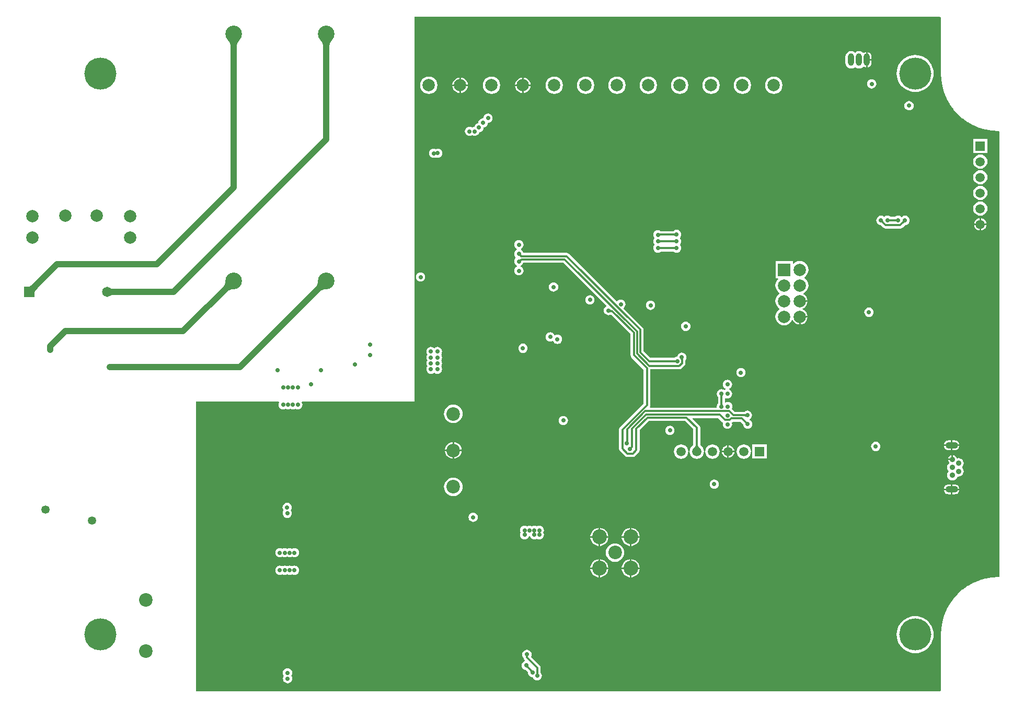
<source format=gbl>
G04*
G04 #@! TF.GenerationSoftware,Altium Limited,Altium Designer,20.1.12 (249)*
G04*
G04 Layer_Physical_Order=4*
G04 Layer_Color=16711680*
%FSLAX25Y25*%
%MOIN*%
G70*
G04*
G04 #@! TF.SameCoordinates,041EE257-4348-4326-8907-EFBAE9067CBE*
G04*
G04*
G04 #@! TF.FilePolarity,Positive*
G04*
G01*
G75*
%ADD18C,0.01181*%
%ADD49R,0.05906X0.05906*%
%ADD131R,0.06500X0.06500*%
%ADD132C,0.06500*%
%ADD133C,0.05300*%
%ADD138C,0.03937*%
%ADD146O,0.03937X0.07874*%
%ADD147C,0.03543*%
%ADD148O,0.07874X0.04331*%
%ADD149C,0.05906*%
%ADD150C,0.07874*%
%ADD151R,0.07874X0.07874*%
%ADD152C,0.08661*%
%ADD153C,0.09449*%
%ADD154C,0.20472*%
%ADD155C,0.10630*%
%ADD156R,0.05906X0.05906*%
%ADD157C,0.02756*%
G36*
X147581Y379218D02*
X147283Y378848D01*
X147020Y378460D01*
X146792Y378053D01*
X146599Y377629D01*
X146442Y377187D01*
X146319Y376727D01*
X146232Y376250D01*
X146179Y375754D01*
X146161Y375240D01*
X142225D01*
X142207Y375754D01*
X142154Y376250D01*
X142067Y376727D01*
X141944Y377187D01*
X141787Y377629D01*
X141594Y378053D01*
X141366Y378460D01*
X141103Y378848D01*
X140805Y379218D01*
X140472Y379571D01*
X147914D01*
X147581Y379218D01*
D02*
G37*
G36*
X88525D02*
X88228Y378848D01*
X87965Y378460D01*
X87737Y378053D01*
X87544Y377629D01*
X87387Y377187D01*
X87264Y376727D01*
X87176Y376250D01*
X87124Y375754D01*
X87106Y375240D01*
X83169D01*
X83152Y375754D01*
X83099Y376250D01*
X83012Y376727D01*
X82889Y377187D01*
X82731Y377629D01*
X82539Y378053D01*
X82311Y378460D01*
X82048Y378848D01*
X81750Y379218D01*
X81417Y379571D01*
X88858D01*
X88525Y379218D01*
D02*
G37*
G36*
X-39061Y222037D02*
X-39841Y221229D01*
X-41069Y219780D01*
X-41515Y219139D01*
X-41850Y218554D01*
X-42074Y218025D01*
X-42187Y217553D01*
X-42188Y217136D01*
X-42078Y216775D01*
X-41856Y216469D01*
X-47412Y222025D01*
X-47107Y221804D01*
X-46746Y221693D01*
X-46329Y221695D01*
X-45856Y221807D01*
X-45327Y222031D01*
X-44743Y222366D01*
X-44102Y222813D01*
X-43405Y223371D01*
X-41844Y224821D01*
X-39061Y222037D01*
D02*
G37*
G36*
X144140Y220571D02*
X143655Y220557D01*
X143183Y220506D01*
X142722Y220417D01*
X142274Y220291D01*
X141838Y220128D01*
X141414Y219927D01*
X141002Y219688D01*
X140602Y219412D01*
X140215Y219099D01*
X139839Y218748D01*
X137055Y221532D01*
X137406Y221907D01*
X137719Y222295D01*
X137995Y222695D01*
X138234Y223107D01*
X138435Y223531D01*
X138598Y223967D01*
X138725Y224415D01*
X138813Y224876D01*
X138865Y225348D01*
X138878Y225833D01*
X144140Y220571D01*
D02*
G37*
G36*
X85085D02*
X84600Y220557D01*
X84128Y220506D01*
X83667Y220417D01*
X83219Y220291D01*
X82783Y220128D01*
X82359Y219927D01*
X81947Y219688D01*
X81547Y219412D01*
X81159Y219099D01*
X80784Y218748D01*
X78000Y221532D01*
X78351Y221907D01*
X78664Y222295D01*
X78940Y222695D01*
X79179Y223107D01*
X79380Y223531D01*
X79543Y223967D01*
X79669Y224415D01*
X79758Y224876D01*
X79809Y225348D01*
X79823Y225833D01*
X85085Y220571D01*
D02*
G37*
G36*
X6925Y221016D02*
X7033Y220964D01*
X7174Y220918D01*
X7347Y220878D01*
X7553Y220844D01*
X8060Y220795D01*
X8697Y220771D01*
X9064Y220768D01*
Y216831D01*
X8697Y216828D01*
X7553Y216754D01*
X7347Y216720D01*
X7174Y216681D01*
X7033Y216634D01*
X6925Y216582D01*
X6849Y216524D01*
Y221074D01*
X6925Y221016D01*
D02*
G37*
G36*
X535577Y394331D02*
X535714Y394283D01*
X535836Y394206D01*
X535938Y394104D01*
X536015Y393981D01*
X536063Y393844D01*
X536092Y393588D01*
Y358268D01*
X536103Y358212D01*
X536095Y358155D01*
X536313Y354266D01*
X536342Y354156D01*
X536339Y354042D01*
X536991Y350202D01*
X537032Y350096D01*
X537041Y349983D01*
X538120Y346240D01*
X538172Y346139D01*
X538194Y346027D01*
X539684Y342428D01*
X539748Y342334D01*
X539782Y342226D01*
X541666Y338816D01*
X541740Y338729D01*
X541786Y338626D01*
X544040Y335449D01*
X544123Y335371D01*
X544180Y335273D01*
X546776Y332368D01*
X546867Y332300D01*
X546935Y332209D01*
X549840Y329614D01*
X549938Y329556D01*
X550016Y329473D01*
X553193Y327219D01*
X553297Y327173D01*
X553383Y327099D01*
X556792Y325215D01*
X556901Y325181D01*
X556995Y325117D01*
X560594Y323627D01*
X560706Y323604D01*
X560807Y323552D01*
X564550Y322474D01*
X564663Y322465D01*
X564769Y322424D01*
X568609Y321772D01*
X568723Y321775D01*
X568833Y321746D01*
X572666Y321531D01*
X572978Y321496D01*
X573115Y321448D01*
X573238Y321371D01*
X573340Y321269D01*
X573417Y321146D01*
X573464Y321010D01*
X573493Y320753D01*
Y37514D01*
X573464Y37258D01*
X573417Y37121D01*
X573340Y36999D01*
X573238Y36896D01*
X573115Y36819D01*
X572978Y36772D01*
X572666Y36737D01*
X568833Y36521D01*
X568723Y36493D01*
X568609Y36496D01*
X564769Y35844D01*
X564663Y35803D01*
X564549Y35793D01*
X560807Y34715D01*
X560706Y34663D01*
X560594Y34641D01*
X556995Y33150D01*
X556901Y33087D01*
X556792Y33052D01*
X553383Y31168D01*
X553297Y31095D01*
X553193Y31049D01*
X550016Y28794D01*
X549938Y28712D01*
X549840Y28654D01*
X546935Y26058D01*
X546867Y25968D01*
X546776Y25899D01*
X544180Y22995D01*
X544123Y22897D01*
X544040Y22819D01*
X541786Y19642D01*
X541740Y19538D01*
X541666Y19451D01*
X539782Y16042D01*
X539748Y15934D01*
X539684Y15839D01*
X538194Y12240D01*
X538172Y12129D01*
X538120Y12028D01*
X537041Y8285D01*
X537032Y8172D01*
X536991Y8066D01*
X536339Y4225D01*
X536342Y4112D01*
X536313Y4002D01*
X536095Y112D01*
X536103Y56D01*
X536092Y0D01*
Y-35321D01*
X536063Y-35577D01*
X536015Y-35713D01*
X535938Y-35836D01*
X535836Y-35939D01*
X535714Y-36015D01*
X535577Y-36063D01*
X535320Y-36092D01*
X61238D01*
Y148668D01*
X113907D01*
X114128Y148220D01*
X114104Y148188D01*
X113806Y147470D01*
X113705Y146699D01*
X113806Y145929D01*
X114104Y145210D01*
X114577Y144594D01*
X115194Y144120D01*
X115912Y143823D01*
X116683Y143721D01*
X117454Y143823D01*
X118172Y144120D01*
X118233Y144167D01*
X118294Y144120D01*
X119012Y143823D01*
X119783Y143721D01*
X120554Y143823D01*
X121272Y144120D01*
X121333Y144167D01*
X121394Y144120D01*
X122112Y143823D01*
X122883Y143721D01*
X123654Y143823D01*
X124372Y144120D01*
X124433Y144167D01*
X124494Y144120D01*
X125212Y143823D01*
X125983Y143721D01*
X126754Y143823D01*
X127472Y144120D01*
X128089Y144594D01*
X128562Y145210D01*
X128860Y145929D01*
X128961Y146699D01*
X128860Y147470D01*
X128562Y148188D01*
X128539Y148220D01*
X128760Y148668D01*
X200338D01*
Y394359D01*
X535320Y394359D01*
X535577Y394331D01*
D02*
G37*
%LPC*%
G36*
X483838Y372525D02*
X482913Y372403D01*
X482051Y372046D01*
X481338Y371499D01*
X480625Y372046D01*
X479763Y372403D01*
X478838Y372525D01*
X477913Y372403D01*
X477051Y372046D01*
X476311Y371478D01*
X475743Y370738D01*
X475386Y369876D01*
X475264Y368951D01*
Y365014D01*
X475386Y364089D01*
X475743Y363227D01*
X476311Y362487D01*
X477051Y361919D01*
X477913Y361562D01*
X478838Y361440D01*
X479763Y361562D01*
X480625Y361919D01*
X481338Y362466D01*
X482051Y361919D01*
X482913Y361562D01*
X483838Y361440D01*
X484763Y361562D01*
X485625Y361919D01*
X486365Y362487D01*
X486399Y362531D01*
X487091Y362613D01*
X487341Y362421D01*
X488063Y362122D01*
X488338Y362086D01*
Y366983D01*
Y371879D01*
X488063Y371843D01*
X487341Y371544D01*
X487091Y371353D01*
X486399Y371434D01*
X486365Y371478D01*
X485625Y372046D01*
X484763Y372403D01*
X483838Y372525D01*
D02*
G37*
G36*
X489338Y371879D02*
Y367483D01*
X491832D01*
Y368951D01*
X491730Y369726D01*
X491431Y370448D01*
X490955Y371068D01*
X490335Y371544D01*
X489613Y371843D01*
X489338Y371879D01*
D02*
G37*
G36*
X491832Y366483D02*
X489338D01*
Y362086D01*
X489613Y362122D01*
X490335Y362421D01*
X490955Y362897D01*
X491431Y363517D01*
X491730Y364239D01*
X491832Y365014D01*
Y366483D01*
D02*
G37*
G36*
X230025Y355633D02*
Y351219D01*
X234439D01*
X234335Y352008D01*
X233837Y353209D01*
X233046Y354240D01*
X232015Y355032D01*
X230814Y355529D01*
X230025Y355633D01*
D02*
G37*
G36*
X229025Y355633D02*
X228236Y355529D01*
X227035Y355032D01*
X226004Y354240D01*
X225212Y353209D01*
X224715Y352008D01*
X224611Y351219D01*
X229025D01*
Y355633D01*
D02*
G37*
G36*
X270025Y355631D02*
Y351218D01*
X274439D01*
X274335Y352006D01*
X273837Y353207D01*
X273046Y354239D01*
X272015Y355030D01*
X270814Y355527D01*
X270025Y355631D01*
D02*
G37*
G36*
X269025Y355631D02*
X268236Y355527D01*
X267035Y355030D01*
X266004Y354239D01*
X265212Y353207D01*
X264715Y352006D01*
X264611Y351218D01*
X269025D01*
Y355631D01*
D02*
G37*
G36*
X492000Y354578D02*
X491229Y354477D01*
X490511Y354179D01*
X489894Y353706D01*
X489421Y353089D01*
X489123Y352371D01*
X489022Y351600D01*
X489123Y350829D01*
X489421Y350111D01*
X489894Y349494D01*
X490511Y349021D01*
X491229Y348723D01*
X492000Y348622D01*
X492771Y348723D01*
X493489Y349021D01*
X494106Y349494D01*
X494579Y350111D01*
X494877Y350829D01*
X494978Y351600D01*
X494877Y352371D01*
X494579Y353089D01*
X494106Y353706D01*
X493489Y354179D01*
X492771Y354477D01*
X492000Y354578D01*
D02*
G37*
G36*
X519685Y370115D02*
X517832Y369969D01*
X516024Y369535D01*
X514306Y368824D01*
X512721Y367852D01*
X511307Y366645D01*
X510100Y365231D01*
X509129Y363646D01*
X508417Y361929D01*
X507983Y360121D01*
X507837Y358268D01*
X507983Y356414D01*
X508417Y354607D01*
X509129Y352889D01*
X510100Y351304D01*
X511307Y349890D01*
X512721Y348683D01*
X514306Y347711D01*
X516024Y347000D01*
X517832Y346566D01*
X519685Y346420D01*
X521538Y346566D01*
X523346Y347000D01*
X525064Y347711D01*
X526649Y348683D01*
X528062Y349890D01*
X529270Y351304D01*
X530241Y352889D01*
X530953Y354607D01*
X531387Y356414D01*
X531532Y358268D01*
X531387Y360121D01*
X530953Y361929D01*
X530241Y363646D01*
X529270Y365231D01*
X528062Y366645D01*
X526649Y367852D01*
X525064Y368824D01*
X523346Y369535D01*
X521538Y369969D01*
X519685Y370115D01*
D02*
G37*
G36*
X234439Y350219D02*
X230025D01*
Y345806D01*
X230814Y345910D01*
X232015Y346407D01*
X233046Y347198D01*
X233837Y348230D01*
X234335Y349431D01*
X234439Y350219D01*
D02*
G37*
G36*
X229025D02*
X224611D01*
X224715Y349431D01*
X225212Y348230D01*
X226004Y347198D01*
X227035Y346407D01*
X228236Y345910D01*
X229025Y345806D01*
Y350219D01*
D02*
G37*
G36*
X274439Y350218D02*
X270025D01*
Y345804D01*
X270814Y345908D01*
X272015Y346405D01*
X273046Y347197D01*
X273837Y348228D01*
X274335Y349429D01*
X274439Y350218D01*
D02*
G37*
G36*
X269025D02*
X264611D01*
X264715Y349429D01*
X265212Y348228D01*
X266004Y347197D01*
X267035Y346405D01*
X268236Y345908D01*
X269025Y345804D01*
Y350218D01*
D02*
G37*
G36*
X209525Y356279D02*
X208086Y356089D01*
X206745Y355534D01*
X205594Y354650D01*
X204710Y353499D01*
X204155Y352158D01*
X203965Y350719D01*
X204155Y349281D01*
X204710Y347940D01*
X205594Y346788D01*
X206745Y345905D01*
X208086Y345350D01*
X209525Y345160D01*
X210964Y345350D01*
X212304Y345905D01*
X213456Y346788D01*
X214339Y347940D01*
X214895Y349281D01*
X215084Y350719D01*
X214895Y352158D01*
X214339Y353499D01*
X213456Y354650D01*
X212304Y355534D01*
X210964Y356089D01*
X209525Y356279D01*
D02*
G37*
G36*
X429550Y356277D02*
X428111Y356087D01*
X426770Y355532D01*
X425619Y354649D01*
X424735Y353497D01*
X424180Y352156D01*
X423991Y350718D01*
X424180Y349279D01*
X424735Y347938D01*
X425619Y346786D01*
X426770Y345903D01*
X428111Y345348D01*
X429550Y345158D01*
X430989Y345348D01*
X432330Y345903D01*
X433481Y346786D01*
X434365Y347938D01*
X434920Y349279D01*
X435109Y350718D01*
X434920Y352156D01*
X434365Y353497D01*
X433481Y354649D01*
X432330Y355532D01*
X430989Y356087D01*
X429550Y356277D01*
D02*
G37*
G36*
X409550D02*
X408111Y356087D01*
X406770Y355532D01*
X405619Y354649D01*
X404735Y353497D01*
X404180Y352156D01*
X403991Y350718D01*
X404180Y349279D01*
X404735Y347938D01*
X405619Y346786D01*
X406770Y345903D01*
X408111Y345348D01*
X409550Y345158D01*
X410989Y345348D01*
X412330Y345903D01*
X413481Y346786D01*
X414365Y347938D01*
X414920Y349279D01*
X415109Y350718D01*
X414920Y352156D01*
X414365Y353497D01*
X413481Y354649D01*
X412330Y355532D01*
X410989Y356087D01*
X409550Y356277D01*
D02*
G37*
G36*
X389540D02*
X388101Y356087D01*
X386760Y355532D01*
X385609Y354649D01*
X384726Y353497D01*
X384170Y352156D01*
X383981Y350718D01*
X384170Y349279D01*
X384726Y347938D01*
X385609Y346786D01*
X386760Y345903D01*
X388101Y345348D01*
X389540Y345158D01*
X390979Y345348D01*
X392320Y345903D01*
X393471Y346786D01*
X394355Y347938D01*
X394910Y349279D01*
X395100Y350718D01*
X394910Y352156D01*
X394355Y353497D01*
X393471Y354649D01*
X392320Y355532D01*
X390979Y356087D01*
X389540Y356277D01*
D02*
G37*
G36*
X369540D02*
X368101Y356087D01*
X366760Y355532D01*
X365609Y354649D01*
X364726Y353497D01*
X364170Y352156D01*
X363981Y350718D01*
X364170Y349279D01*
X364726Y347938D01*
X365609Y346786D01*
X366760Y345903D01*
X368101Y345348D01*
X369540Y345158D01*
X370979Y345348D01*
X372320Y345903D01*
X373471Y346786D01*
X374355Y347938D01*
X374910Y349279D01*
X375100Y350718D01*
X374910Y352156D01*
X374355Y353497D01*
X373471Y354649D01*
X372320Y355532D01*
X370979Y356087D01*
X369540Y356277D01*
D02*
G37*
G36*
X349530D02*
X348092Y356087D01*
X346751Y355532D01*
X345599Y354649D01*
X344716Y353497D01*
X344161Y352156D01*
X343971Y350718D01*
X344161Y349279D01*
X344716Y347938D01*
X345599Y346786D01*
X346751Y345903D01*
X348092Y345348D01*
X349530Y345158D01*
X350969Y345348D01*
X352310Y345903D01*
X353462Y346786D01*
X354345Y347938D01*
X354900Y349279D01*
X355090Y350718D01*
X354900Y352156D01*
X354345Y353497D01*
X353462Y354649D01*
X352310Y355532D01*
X350969Y356087D01*
X349530Y356277D01*
D02*
G37*
G36*
X329530D02*
X328092Y356087D01*
X326751Y355532D01*
X325599Y354649D01*
X324716Y353497D01*
X324161Y352156D01*
X323971Y350718D01*
X324161Y349279D01*
X324716Y347938D01*
X325599Y346786D01*
X326751Y345903D01*
X328092Y345348D01*
X329530Y345158D01*
X330969Y345348D01*
X332310Y345903D01*
X333461Y346786D01*
X334345Y347938D01*
X334900Y349279D01*
X335090Y350718D01*
X334900Y352156D01*
X334345Y353497D01*
X333461Y354649D01*
X332310Y355532D01*
X330969Y356087D01*
X329530Y356277D01*
D02*
G37*
G36*
X309525D02*
X308086Y356087D01*
X306745Y355532D01*
X305594Y354649D01*
X304710Y353497D01*
X304155Y352156D01*
X303965Y350718D01*
X304155Y349279D01*
X304710Y347938D01*
X305594Y346786D01*
X306745Y345903D01*
X308086Y345348D01*
X309525Y345158D01*
X310964Y345348D01*
X312304Y345903D01*
X313456Y346786D01*
X314339Y347938D01*
X314895Y349279D01*
X315084Y350718D01*
X314895Y352156D01*
X314339Y353497D01*
X313456Y354649D01*
X312304Y355532D01*
X310964Y356087D01*
X309525Y356277D01*
D02*
G37*
G36*
X289525D02*
X288086Y356087D01*
X286745Y355532D01*
X285594Y354649D01*
X284710Y353497D01*
X284155Y352156D01*
X283965Y350718D01*
X284155Y349279D01*
X284710Y347938D01*
X285594Y346786D01*
X286745Y345903D01*
X288086Y345348D01*
X289525Y345158D01*
X290964Y345348D01*
X292304Y345903D01*
X293456Y346786D01*
X294339Y347938D01*
X294895Y349279D01*
X295084Y350718D01*
X294895Y352156D01*
X294339Y353497D01*
X293456Y354649D01*
X292304Y355532D01*
X290964Y356087D01*
X289525Y356277D01*
D02*
G37*
G36*
X249525D02*
X248086Y356087D01*
X246745Y355532D01*
X245594Y354649D01*
X244710Y353497D01*
X244155Y352156D01*
X243965Y350718D01*
X244155Y349279D01*
X244710Y347938D01*
X245594Y346786D01*
X246745Y345903D01*
X248086Y345348D01*
X249525Y345158D01*
X250964Y345348D01*
X252305Y345903D01*
X253456Y346786D01*
X254339Y347938D01*
X254895Y349279D01*
X255084Y350718D01*
X254895Y352156D01*
X254339Y353497D01*
X253456Y354649D01*
X252305Y355532D01*
X250964Y356087D01*
X249525Y356277D01*
D02*
G37*
G36*
X515826Y340690D02*
X515055Y340588D01*
X514337Y340291D01*
X513720Y339818D01*
X513247Y339201D01*
X512949Y338482D01*
X512848Y337712D01*
X512949Y336941D01*
X513247Y336222D01*
X513720Y335606D01*
X514337Y335132D01*
X515055Y334835D01*
X515826Y334733D01*
X516597Y334835D01*
X517315Y335132D01*
X517932Y335606D01*
X518405Y336222D01*
X518703Y336941D01*
X518804Y337712D01*
X518703Y338482D01*
X518405Y339201D01*
X517932Y339818D01*
X517315Y340291D01*
X516597Y340588D01*
X515826Y340690D01*
D02*
G37*
G36*
X247300Y332678D02*
X246529Y332577D01*
X245811Y332279D01*
X245194Y331806D01*
X244721Y331189D01*
X244423Y330471D01*
X244378Y330127D01*
X244161Y329651D01*
X243390Y329550D01*
X242672Y329252D01*
X242055Y328779D01*
X241582Y328162D01*
X241284Y327444D01*
X241183Y326673D01*
X241189Y326624D01*
X240829Y326577D01*
X240111Y326279D01*
X239494Y325806D01*
X239021Y325189D01*
X238723Y324471D01*
X238697Y324274D01*
X238027Y324186D01*
X237308Y323888D01*
X237167Y323780D01*
X237025Y323888D01*
X236307Y324186D01*
X235536Y324287D01*
X234765Y324186D01*
X234047Y323888D01*
X233430Y323415D01*
X232957Y322798D01*
X232659Y322080D01*
X232558Y321309D01*
X232659Y320538D01*
X232957Y319820D01*
X233430Y319203D01*
X234047Y318730D01*
X234765Y318432D01*
X235536Y318331D01*
X236307Y318432D01*
X237025Y318730D01*
X237167Y318839D01*
X237308Y318730D01*
X238027Y318432D01*
X238797Y318331D01*
X239568Y318432D01*
X240286Y318730D01*
X240903Y319203D01*
X241377Y319820D01*
X241674Y320538D01*
X241700Y320735D01*
X242371Y320823D01*
X243089Y321121D01*
X243706Y321594D01*
X244179Y322211D01*
X244477Y322929D01*
X244578Y323700D01*
X244572Y323749D01*
X244932Y323796D01*
X245650Y324094D01*
X246267Y324567D01*
X246740Y325184D01*
X247038Y325902D01*
X247083Y326246D01*
X247300Y326722D01*
X248071Y326823D01*
X248789Y327121D01*
X249406Y327594D01*
X249879Y328211D01*
X250177Y328929D01*
X250278Y329700D01*
X250177Y330471D01*
X249879Y331189D01*
X249406Y331806D01*
X248789Y332279D01*
X248071Y332577D01*
X247300Y332678D01*
D02*
G37*
G36*
X215281Y310296D02*
X214510Y310194D01*
X213969Y309970D01*
X213471Y310177D01*
X212700Y310278D01*
X211929Y310177D01*
X211211Y309879D01*
X210594Y309406D01*
X210121Y308789D01*
X209823Y308071D01*
X209722Y307300D01*
X209823Y306529D01*
X210121Y305811D01*
X210594Y305194D01*
X211211Y304721D01*
X211929Y304423D01*
X212700Y304322D01*
X213471Y304423D01*
X214011Y304647D01*
X214510Y304441D01*
X215281Y304339D01*
X216052Y304441D01*
X216770Y304738D01*
X217387Y305211D01*
X217860Y305828D01*
X218158Y306547D01*
X218259Y307317D01*
X218158Y308088D01*
X217860Y308806D01*
X217387Y309423D01*
X216770Y309897D01*
X216052Y310194D01*
X215281Y310296D01*
D02*
G37*
G36*
X565765Y316477D02*
X556710D01*
Y307422D01*
X565765D01*
Y316477D01*
D02*
G37*
G36*
X561238Y306516D02*
X560056Y306361D01*
X558955Y305904D01*
X558009Y305179D01*
X557283Y304233D01*
X556827Y303132D01*
X556671Y301950D01*
X556827Y300768D01*
X557283Y299666D01*
X558009Y298721D01*
X558955Y297995D01*
X560056Y297538D01*
X561238Y297383D01*
X562420Y297538D01*
X563521Y297995D01*
X564467Y298721D01*
X565193Y299666D01*
X565649Y300768D01*
X565804Y301950D01*
X565649Y303132D01*
X565193Y304233D01*
X564467Y305179D01*
X563521Y305904D01*
X562420Y306361D01*
X561238Y306516D01*
D02*
G37*
G36*
Y296516D02*
X560056Y296361D01*
X558955Y295904D01*
X558009Y295179D01*
X557283Y294233D01*
X556827Y293131D01*
X556671Y291950D01*
X556827Y290768D01*
X557283Y289666D01*
X558009Y288720D01*
X558955Y287995D01*
X560056Y287539D01*
X561238Y287383D01*
X562420Y287539D01*
X563521Y287995D01*
X564467Y288720D01*
X565193Y289666D01*
X565649Y290768D01*
X565804Y291950D01*
X565649Y293131D01*
X565193Y294233D01*
X564467Y295179D01*
X563521Y295904D01*
X562420Y296361D01*
X561238Y296516D01*
D02*
G37*
G36*
Y286516D02*
X560056Y286361D01*
X558955Y285904D01*
X558009Y285179D01*
X557283Y284233D01*
X556827Y283132D01*
X556671Y281950D01*
X556827Y280768D01*
X557283Y279666D01*
X558009Y278720D01*
X558955Y277995D01*
X560056Y277538D01*
X561238Y277383D01*
X562420Y277538D01*
X563521Y277995D01*
X564467Y278720D01*
X565193Y279666D01*
X565649Y280768D01*
X565804Y281950D01*
X565649Y283132D01*
X565193Y284233D01*
X564467Y285179D01*
X563521Y285904D01*
X562420Y286361D01*
X561238Y286516D01*
D02*
G37*
G36*
Y276516D02*
X560056Y276361D01*
X558955Y275904D01*
X558009Y275179D01*
X557283Y274233D01*
X556827Y273131D01*
X556671Y271950D01*
X556827Y270768D01*
X557283Y269666D01*
X558009Y268721D01*
X558955Y267995D01*
X560056Y267538D01*
X561238Y267383D01*
X562420Y267538D01*
X563521Y267995D01*
X564467Y268721D01*
X565193Y269666D01*
X565649Y270768D01*
X565804Y271950D01*
X565649Y273131D01*
X565193Y274233D01*
X564467Y275179D01*
X563521Y275904D01*
X562420Y276361D01*
X561238Y276516D01*
D02*
G37*
G36*
X513247Y267428D02*
X512477Y267326D01*
X511758Y267029D01*
X511449Y266791D01*
X511071Y266593D01*
X510692Y266791D01*
X510383Y267029D01*
X509665Y267326D01*
X508894Y267428D01*
X508123Y267326D01*
X507405Y267029D01*
X506921Y266657D01*
X504011D01*
X503527Y267029D01*
X502809Y267326D01*
X502038Y267428D01*
X501267Y267326D01*
X500549Y267029D01*
X499964Y266580D01*
X499379Y267029D01*
X498661Y267326D01*
X497890Y267428D01*
X497119Y267326D01*
X496401Y267029D01*
X495784Y266556D01*
X495311Y265939D01*
X495014Y265220D01*
X494912Y264450D01*
X495014Y263679D01*
X495311Y262961D01*
X495784Y262344D01*
X496401Y261870D01*
X497119Y261573D01*
X497724Y261493D01*
X499379Y259839D01*
X500095Y259360D01*
X500940Y259192D01*
X510198D01*
X511043Y259360D01*
X511759Y259839D01*
X513413Y261493D01*
X514018Y261573D01*
X514737Y261870D01*
X515353Y262344D01*
X515827Y262961D01*
X516124Y263679D01*
X516226Y264450D01*
X516124Y265220D01*
X515827Y265939D01*
X515353Y266556D01*
X514737Y267029D01*
X514018Y267326D01*
X513247Y267428D01*
D02*
G37*
G36*
X561738Y265871D02*
Y262450D01*
X565159D01*
X565089Y262981D01*
X564691Y263943D01*
X564057Y264769D01*
X563231Y265402D01*
X562270Y265801D01*
X561738Y265871D01*
D02*
G37*
G36*
X560738Y265871D02*
X560206Y265801D01*
X559244Y265402D01*
X558419Y264769D01*
X557785Y263943D01*
X557387Y262981D01*
X557317Y262450D01*
X560738D01*
Y265871D01*
D02*
G37*
G36*
X565159Y261450D02*
X561738D01*
Y258029D01*
X562270Y258099D01*
X563231Y258497D01*
X564057Y259130D01*
X564691Y259956D01*
X565089Y260918D01*
X565159Y261450D01*
D02*
G37*
G36*
X560738D02*
X557317D01*
X557387Y260918D01*
X557785Y259956D01*
X558419Y259130D01*
X559244Y258497D01*
X560206Y258099D01*
X560738Y258029D01*
Y261450D01*
D02*
G37*
G36*
X367589Y258422D02*
X366818Y258320D01*
X366100Y258023D01*
X365489Y257554D01*
X357599D01*
X357591Y257558D01*
X357504Y257604D01*
X357210Y257829D01*
X356492Y258126D01*
X355721Y258228D01*
X354950Y258126D01*
X354232Y257829D01*
X353615Y257355D01*
X353142Y256739D01*
X352844Y256020D01*
X352743Y255250D01*
X352844Y254479D01*
X353142Y253761D01*
X353591Y253175D01*
X353142Y252589D01*
X352844Y251871D01*
X352743Y251100D01*
X352844Y250329D01*
X353142Y249611D01*
X353329Y249366D01*
X353615Y248955D01*
X353142Y248339D01*
X352844Y247620D01*
X352743Y246850D01*
X352844Y246079D01*
X353142Y245360D01*
X353615Y244744D01*
X354232Y244270D01*
X354950Y243973D01*
X355721Y243871D01*
X356492Y243973D01*
X357210Y244270D01*
X357694Y244642D01*
X365615D01*
X366100Y244270D01*
X366818Y243973D01*
X367589Y243871D01*
X368359Y243973D01*
X369078Y244270D01*
X369694Y244744D01*
X370168Y245360D01*
X370465Y246079D01*
X370567Y246850D01*
X370465Y247620D01*
X370168Y248339D01*
X369980Y248583D01*
X369708Y248975D01*
X369980Y249366D01*
X370168Y249611D01*
X370465Y250329D01*
X370567Y251100D01*
X370465Y251871D01*
X370168Y252589D01*
X369935Y252892D01*
X369694Y253338D01*
X370168Y253955D01*
X370465Y254673D01*
X370567Y255444D01*
X370465Y256214D01*
X370168Y256933D01*
X369694Y257550D01*
X369078Y258023D01*
X368359Y258320D01*
X367589Y258422D01*
D02*
G37*
G36*
X446138Y238509D02*
X444699Y238319D01*
X443358Y237764D01*
X442207Y236881D01*
X442123Y236772D01*
X441650Y236932D01*
Y238461D01*
X430626D01*
Y227438D01*
X432155D01*
X432316Y226964D01*
X432207Y226881D01*
X431323Y225729D01*
X430768Y224388D01*
X430579Y222950D01*
X430768Y221511D01*
X431323Y220170D01*
X432207Y219018D01*
X433214Y218246D01*
X433254Y218110D01*
Y217789D01*
X433214Y217653D01*
X432207Y216881D01*
X431323Y215729D01*
X430768Y214388D01*
X430579Y212949D01*
X430768Y211511D01*
X431323Y210170D01*
X432207Y209018D01*
X433214Y208246D01*
X433254Y208110D01*
Y207789D01*
X433214Y207653D01*
X432207Y206881D01*
X431323Y205729D01*
X430768Y204388D01*
X430579Y202950D01*
X430768Y201511D01*
X431323Y200170D01*
X432207Y199018D01*
X433358Y198135D01*
X434699Y197580D01*
X436138Y197390D01*
X437577Y197580D01*
X438918Y198135D01*
X440069Y199018D01*
X440952Y200170D01*
X441199Y200765D01*
X441699D01*
X441825Y200460D01*
X442617Y199428D01*
X443648Y198637D01*
X444849Y198140D01*
X445638Y198036D01*
Y202950D01*
X446138D01*
Y203450D01*
X451052D01*
X450948Y204238D01*
X450450Y205439D01*
X449659Y206471D01*
X448628Y207262D01*
X447621Y207679D01*
Y208220D01*
X448628Y208637D01*
X449659Y209428D01*
X450450Y210460D01*
X450948Y211661D01*
X451052Y212450D01*
X446138D01*
Y213450D01*
X451052D01*
X450948Y214238D01*
X450450Y215439D01*
X449659Y216471D01*
X448628Y217262D01*
X448322Y217388D01*
Y217888D01*
X448918Y218135D01*
X450069Y219018D01*
X450952Y220170D01*
X451508Y221511D01*
X451697Y222950D01*
X451508Y224388D01*
X450952Y225729D01*
X450069Y226881D01*
X449062Y227654D01*
X449021Y227789D01*
Y228110D01*
X449062Y228246D01*
X450069Y229018D01*
X450952Y230170D01*
X451508Y231511D01*
X451697Y232949D01*
X451508Y234388D01*
X450952Y235729D01*
X450069Y236881D01*
X448918Y237764D01*
X447577Y238319D01*
X446138Y238509D01*
D02*
G37*
G36*
X204300Y231278D02*
X203529Y231177D01*
X202811Y230879D01*
X202194Y230406D01*
X201721Y229789D01*
X201423Y229071D01*
X201322Y228300D01*
X201423Y227529D01*
X201721Y226811D01*
X202194Y226194D01*
X202811Y225721D01*
X203529Y225423D01*
X204300Y225322D01*
X205071Y225423D01*
X205789Y225721D01*
X206406Y226194D01*
X206879Y226811D01*
X207177Y227529D01*
X207278Y228300D01*
X207177Y229071D01*
X206879Y229789D01*
X206406Y230406D01*
X205789Y230879D01*
X205071Y231177D01*
X204300Y231278D01*
D02*
G37*
G36*
X289100Y224878D02*
X288329Y224777D01*
X287611Y224479D01*
X286994Y224006D01*
X286521Y223389D01*
X286223Y222671D01*
X286122Y221900D01*
X286223Y221129D01*
X286521Y220411D01*
X286994Y219794D01*
X287611Y219321D01*
X288329Y219023D01*
X289100Y218922D01*
X289871Y219023D01*
X290589Y219321D01*
X291206Y219794D01*
X291679Y220411D01*
X291977Y221129D01*
X292078Y221900D01*
X291977Y222671D01*
X291679Y223389D01*
X291206Y224006D01*
X290589Y224479D01*
X289871Y224777D01*
X289100Y224878D01*
D02*
G37*
G36*
X312300Y216665D02*
X311529Y216563D01*
X310811Y216266D01*
X310194Y215792D01*
X309721Y215176D01*
X309423Y214457D01*
X309322Y213687D01*
X309423Y212916D01*
X309721Y212197D01*
X310194Y211581D01*
X310811Y211107D01*
X311529Y210810D01*
X312300Y210708D01*
X313071Y210810D01*
X313789Y211107D01*
X314406Y211581D01*
X314879Y212197D01*
X315177Y212916D01*
X315278Y213687D01*
X315177Y214457D01*
X314879Y215176D01*
X314406Y215792D01*
X313789Y216266D01*
X313071Y216563D01*
X312300Y216665D01*
D02*
G37*
G36*
X350954Y213228D02*
X350184Y213126D01*
X349465Y212829D01*
X348849Y212355D01*
X348375Y211739D01*
X348078Y211020D01*
X347976Y210250D01*
X348078Y209479D01*
X348375Y208760D01*
X348849Y208144D01*
X349465Y207670D01*
X350184Y207373D01*
X350954Y207271D01*
X351725Y207373D01*
X352444Y207670D01*
X353060Y208144D01*
X353534Y208760D01*
X353831Y209479D01*
X353933Y210250D01*
X353831Y211020D01*
X353534Y211739D01*
X353060Y212355D01*
X352444Y212829D01*
X351725Y213126D01*
X350954Y213228D01*
D02*
G37*
G36*
X490238Y208827D02*
X489467Y208726D01*
X488749Y208428D01*
X488132Y207955D01*
X487659Y207338D01*
X487361Y206620D01*
X487260Y205849D01*
X487361Y205078D01*
X487659Y204360D01*
X488132Y203743D01*
X488749Y203270D01*
X489467Y202972D01*
X490238Y202871D01*
X491009Y202972D01*
X491727Y203270D01*
X492344Y203743D01*
X492817Y204360D01*
X493115Y205078D01*
X493217Y205849D01*
X493115Y206620D01*
X492817Y207338D01*
X492344Y207955D01*
X491727Y208428D01*
X491009Y208726D01*
X490238Y208827D01*
D02*
G37*
G36*
X451052Y202449D02*
X446638D01*
Y198036D01*
X447427Y198140D01*
X448628Y198637D01*
X449659Y199428D01*
X450450Y200460D01*
X450948Y201661D01*
X451052Y202449D01*
D02*
G37*
G36*
X373438Y199828D02*
X372667Y199726D01*
X371949Y199429D01*
X371332Y198956D01*
X370859Y198339D01*
X370561Y197620D01*
X370460Y196850D01*
X370561Y196079D01*
X370859Y195361D01*
X371332Y194744D01*
X371949Y194270D01*
X372667Y193973D01*
X373438Y193871D01*
X374209Y193973D01*
X374927Y194270D01*
X375544Y194744D01*
X376017Y195361D01*
X376315Y196079D01*
X376416Y196850D01*
X376315Y197620D01*
X376017Y198339D01*
X375544Y198956D01*
X374927Y199429D01*
X374209Y199726D01*
X373438Y199828D01*
D02*
G37*
G36*
X287000Y193078D02*
X286229Y192977D01*
X285511Y192679D01*
X284894Y192206D01*
X284421Y191589D01*
X284123Y190871D01*
X284022Y190100D01*
X284123Y189329D01*
X284421Y188611D01*
X284894Y187994D01*
X285511Y187521D01*
X286229Y187223D01*
X287000Y187122D01*
X287771Y187223D01*
X288489Y187521D01*
X288803Y187437D01*
X288959Y187060D01*
X289432Y186444D01*
X290049Y185970D01*
X290767Y185673D01*
X291538Y185571D01*
X292309Y185673D01*
X293027Y185970D01*
X293644Y186444D01*
X294117Y187060D01*
X294415Y187779D01*
X294516Y188550D01*
X294415Y189320D01*
X294117Y190039D01*
X293644Y190656D01*
X293027Y191129D01*
X292309Y191426D01*
X291538Y191528D01*
X290767Y191426D01*
X290049Y191129D01*
X289735Y191213D01*
X289579Y191589D01*
X289106Y192206D01*
X288489Y192679D01*
X287771Y192977D01*
X287000Y193078D01*
D02*
G37*
G36*
X215055Y183667D02*
X214284Y183566D01*
X213565Y183268D01*
X213000Y182834D01*
X212435Y183268D01*
X211716Y183566D01*
X210945Y183667D01*
X210175Y183566D01*
X209456Y183268D01*
X208840Y182795D01*
X208366Y182178D01*
X208069Y181460D01*
X207967Y180689D01*
X208069Y179918D01*
X208366Y179200D01*
X208653Y178826D01*
X208366Y178452D01*
X208069Y177734D01*
X207967Y176963D01*
X208069Y176192D01*
X208366Y175474D01*
X208653Y175100D01*
X208366Y174726D01*
X208069Y174008D01*
X207967Y173237D01*
X208069Y172466D01*
X208366Y171748D01*
X208653Y171374D01*
X208366Y171000D01*
X208069Y170282D01*
X207967Y169511D01*
X208069Y168740D01*
X208366Y168022D01*
X208840Y167405D01*
X209456Y166932D01*
X210175Y166634D01*
X210945Y166533D01*
X211716Y166634D01*
X212435Y166932D01*
X213000Y167366D01*
X213565Y166932D01*
X214284Y166634D01*
X215055Y166533D01*
X215825Y166634D01*
X216544Y166932D01*
X217161Y167405D01*
X217634Y168022D01*
X217931Y168740D01*
X218033Y169511D01*
X217931Y170282D01*
X217634Y171000D01*
X217347Y171374D01*
X217634Y171748D01*
X217931Y172466D01*
X218033Y173237D01*
X217931Y174008D01*
X217634Y174726D01*
X217347Y175100D01*
X217634Y175474D01*
X217931Y176192D01*
X218033Y176963D01*
X217931Y177734D01*
X217634Y178452D01*
X217347Y178826D01*
X217634Y179200D01*
X217931Y179918D01*
X218033Y180689D01*
X217931Y181460D01*
X217634Y182178D01*
X217161Y182795D01*
X216544Y183268D01*
X215825Y183566D01*
X215055Y183667D01*
D02*
G37*
G36*
X269600Y185778D02*
X268829Y185677D01*
X268111Y185379D01*
X267494Y184906D01*
X267021Y184289D01*
X266723Y183571D01*
X266622Y182800D01*
X266723Y182029D01*
X267021Y181311D01*
X267494Y180694D01*
X268111Y180221D01*
X268829Y179923D01*
X269600Y179822D01*
X270371Y179923D01*
X271089Y180221D01*
X271706Y180694D01*
X272179Y181311D01*
X272477Y182029D01*
X272578Y182800D01*
X272477Y183571D01*
X272179Y184289D01*
X271706Y184906D01*
X271089Y185379D01*
X270371Y185677D01*
X269600Y185778D01*
D02*
G37*
G36*
X408600Y170278D02*
X407829Y170177D01*
X407111Y169879D01*
X406494Y169406D01*
X406021Y168789D01*
X405723Y168071D01*
X405622Y167300D01*
X405723Y166529D01*
X406021Y165811D01*
X406494Y165194D01*
X407111Y164721D01*
X407829Y164423D01*
X408600Y164322D01*
X409371Y164423D01*
X410089Y164721D01*
X410706Y165194D01*
X411179Y165811D01*
X411477Y166529D01*
X411578Y167300D01*
X411477Y168071D01*
X411179Y168789D01*
X410706Y169406D01*
X410089Y169879D01*
X409371Y170177D01*
X408600Y170278D01*
D02*
G37*
G36*
X267000Y251884D02*
X266229Y251782D01*
X265511Y251485D01*
X264894Y251011D01*
X264421Y250395D01*
X264123Y249676D01*
X264022Y248905D01*
X264123Y248135D01*
X264421Y247416D01*
X264894Y246799D01*
X265511Y246326D01*
X265639Y246273D01*
Y245732D01*
X265511Y245679D01*
X264894Y245206D01*
X264421Y244589D01*
X264123Y243871D01*
X264022Y243100D01*
X264123Y242329D01*
X264421Y241611D01*
X264894Y240994D01*
X264951Y240950D01*
Y240450D01*
X264894Y240406D01*
X264421Y239789D01*
X264123Y239071D01*
X264022Y238300D01*
X264123Y237529D01*
X264421Y236811D01*
X264894Y236194D01*
X265511Y235721D01*
X265874Y235571D01*
Y235029D01*
X265511Y234879D01*
X264894Y234406D01*
X264421Y233789D01*
X264123Y233071D01*
X264022Y232300D01*
X264123Y231529D01*
X264421Y230811D01*
X264894Y230194D01*
X265511Y229721D01*
X266229Y229423D01*
X267000Y229322D01*
X267771Y229423D01*
X268489Y229721D01*
X269106Y230194D01*
X269579Y230811D01*
X269877Y231529D01*
X269978Y232300D01*
X269877Y233071D01*
X269579Y233789D01*
X269106Y234406D01*
X268489Y234879D01*
X268127Y235029D01*
Y235571D01*
X268489Y235721D01*
X269106Y236194D01*
X269579Y236811D01*
X269833Y237424D01*
X295353D01*
X322765Y210011D01*
X322700Y209684D01*
X322598Y209472D01*
X322038Y209042D01*
X321564Y208425D01*
X321267Y207707D01*
X321165Y206936D01*
X321267Y206166D01*
X321564Y205447D01*
X322038Y204830D01*
X322654Y204357D01*
X323373Y204060D01*
X324143Y203958D01*
X324914Y204060D01*
X325633Y204357D01*
X325634Y204358D01*
X338194Y191798D01*
Y178514D01*
X338363Y177669D01*
X338841Y176953D01*
X346492Y169302D01*
Y147510D01*
X331467Y132485D01*
X330989Y131769D01*
X330821Y130924D01*
Y118772D01*
X330989Y117927D01*
X331467Y117210D01*
X334645Y114032D01*
X335362Y113554D01*
X336206Y113386D01*
X339694D01*
X340539Y113554D01*
X341255Y114032D01*
X343439Y116217D01*
X343918Y116933D01*
X344086Y117778D01*
Y130508D01*
X349912Y136334D01*
X372986D01*
X378230Y131089D01*
Y121458D01*
X378228Y121446D01*
X378204Y121369D01*
X378158Y121260D01*
X378086Y121123D01*
X377983Y120959D01*
X377861Y120790D01*
X377467Y120330D01*
X377257Y120116D01*
X377209Y120079D01*
X376483Y119133D01*
X376027Y118032D01*
X375871Y116850D01*
X376027Y115668D01*
X376483Y114566D01*
X377209Y113620D01*
X378155Y112895D01*
X379256Y112439D01*
X380438Y112283D01*
X381620Y112439D01*
X382721Y112895D01*
X383667Y113620D01*
X384393Y114566D01*
X384849Y115668D01*
X385004Y116850D01*
X384849Y118032D01*
X384393Y119133D01*
X383667Y120079D01*
X383625Y120111D01*
X383183Y120581D01*
X383027Y120773D01*
X382892Y120959D01*
X382790Y121123D01*
X382718Y121260D01*
X382672Y121369D01*
X382648Y121446D01*
X382646Y121458D01*
Y132004D01*
X382478Y132849D01*
X381999Y133565D01*
X377724Y137841D01*
X377915Y138303D01*
X394175D01*
X396875Y135603D01*
X397266Y135342D01*
X397149Y135061D01*
X397048Y134290D01*
X397149Y133519D01*
X397447Y132801D01*
X397920Y132184D01*
X398537Y131711D01*
X399255Y131413D01*
X400026Y131312D01*
X400797Y131413D01*
X401515Y131711D01*
X402132Y132184D01*
X402605Y132801D01*
X402903Y133519D01*
X403004Y134290D01*
X402903Y135061D01*
X402772Y135375D01*
X403113Y135603D01*
X403354Y135843D01*
X408322D01*
X409981Y134184D01*
X410061Y133579D01*
X410359Y132861D01*
X410832Y132244D01*
X411449Y131770D01*
X412167Y131473D01*
X412938Y131371D01*
X413709Y131473D01*
X414427Y131770D01*
X415044Y132244D01*
X415517Y132861D01*
X415815Y133579D01*
X415916Y134350D01*
X415815Y135120D01*
X415517Y135839D01*
X415044Y136456D01*
X414427Y136929D01*
X414328Y136970D01*
X414274Y137120D01*
X414277Y137532D01*
X414774Y137913D01*
X415247Y138530D01*
X415545Y139249D01*
X415646Y140019D01*
X415545Y140790D01*
X415247Y141508D01*
X414774Y142125D01*
X414157Y142599D01*
X413439Y142896D01*
X412668Y142998D01*
X411897Y142896D01*
X411179Y142599D01*
X410695Y142227D01*
X404738D01*
X402843Y144123D01*
X403115Y144779D01*
X403216Y145550D01*
X403115Y146320D01*
X402817Y147039D01*
X402344Y147655D01*
X401727Y148129D01*
X401009Y148426D01*
X400238Y148528D01*
X399467Y148426D01*
X398898Y148191D01*
X398398Y148431D01*
Y150671D01*
X398898Y151005D01*
X399255Y150857D01*
X400026Y150756D01*
X400797Y150857D01*
X401515Y151155D01*
X402132Y151628D01*
X402605Y152245D01*
X402903Y152963D01*
X403004Y153734D01*
X402903Y154505D01*
X402605Y155223D01*
X402132Y155840D01*
X401515Y156313D01*
X401149Y156465D01*
Y157006D01*
X401515Y157158D01*
X402132Y157631D01*
X402605Y158248D01*
X402903Y158966D01*
X403004Y159737D01*
X402903Y160508D01*
X402605Y161226D01*
X402132Y161843D01*
X401515Y162316D01*
X400797Y162613D01*
X400026Y162715D01*
X399255Y162613D01*
X398537Y162316D01*
X397920Y161843D01*
X397447Y161226D01*
X397149Y160508D01*
X397048Y159737D01*
X397149Y158966D01*
X397447Y158248D01*
X397920Y157631D01*
X398537Y157158D01*
X398903Y157006D01*
Y156465D01*
X398537Y156313D01*
X398108Y155984D01*
X397679Y156313D01*
X396961Y156611D01*
X396190Y156712D01*
X395419Y156611D01*
X394701Y156313D01*
X394084Y155840D01*
X393611Y155223D01*
X393313Y154505D01*
X393212Y153734D01*
X393313Y152963D01*
X393611Y152245D01*
X393982Y151761D01*
Y147523D01*
X393611Y147039D01*
X393313Y146320D01*
X393212Y145550D01*
X393247Y145284D01*
X392917Y144908D01*
X350778D01*
X350511Y145408D01*
X350740Y145751D01*
X350908Y146596D01*
Y169392D01*
X369246D01*
X370090Y169560D01*
X370807Y170039D01*
X372517Y171749D01*
X372996Y172466D01*
X373164Y173310D01*
Y175119D01*
X373205Y175195D01*
X373463Y175531D01*
X373761Y176250D01*
X373862Y177020D01*
X373761Y177791D01*
X373463Y178509D01*
X372990Y179126D01*
X372373Y179600D01*
X371655Y179897D01*
X370884Y179999D01*
X370113Y179897D01*
X369395Y179600D01*
X368778Y179126D01*
X368305Y178509D01*
X368007Y177791D01*
X367956Y177398D01*
X367429Y177329D01*
X366711Y177031D01*
X366227Y176660D01*
X350946D01*
X346547Y181059D01*
Y194661D01*
X346379Y195506D01*
X345900Y196222D01*
X333922Y208200D01*
X333955Y208699D01*
X334144Y208844D01*
X334617Y209460D01*
X334915Y210179D01*
X335016Y210950D01*
X334915Y211720D01*
X334617Y212439D01*
X334144Y213055D01*
X333527Y213529D01*
X332809Y213826D01*
X332038Y213928D01*
X331267Y213826D01*
X330549Y213529D01*
X329932Y213055D01*
X329787Y212867D01*
X329288Y212834D01*
X298961Y243161D01*
X298245Y243640D01*
X297400Y243808D01*
X269885D01*
X269877Y243871D01*
X269579Y244589D01*
X269106Y245206D01*
X268489Y245679D01*
X268361Y245732D01*
Y246273D01*
X268489Y246326D01*
X269106Y246799D01*
X269579Y247416D01*
X269877Y248135D01*
X269978Y248905D01*
X269877Y249676D01*
X269579Y250395D01*
X269106Y251011D01*
X268489Y251485D01*
X267771Y251782D01*
X267000Y251884D01*
D02*
G37*
G36*
X225182Y146879D02*
X224025Y146765D01*
X222911Y146427D01*
X221885Y145879D01*
X220986Y145141D01*
X220248Y144242D01*
X219700Y143216D01*
X219362Y142103D01*
X219248Y140945D01*
X219362Y139787D01*
X219700Y138674D01*
X220248Y137648D01*
X220986Y136749D01*
X221885Y136011D01*
X222911Y135462D01*
X224025Y135125D01*
X225182Y135011D01*
X226340Y135125D01*
X227453Y135462D01*
X228479Y136011D01*
X229378Y136749D01*
X230116Y137648D01*
X230665Y138674D01*
X231002Y139787D01*
X231116Y140945D01*
X231002Y142103D01*
X230665Y143216D01*
X230116Y144242D01*
X229378Y145141D01*
X228479Y145879D01*
X227453Y146427D01*
X226340Y146765D01*
X225182Y146879D01*
D02*
G37*
G36*
X295338Y139628D02*
X294567Y139526D01*
X293849Y139229D01*
X293232Y138756D01*
X292759Y138139D01*
X292461Y137420D01*
X292360Y136650D01*
X292461Y135879D01*
X292759Y135161D01*
X293232Y134544D01*
X293849Y134070D01*
X294567Y133773D01*
X295338Y133671D01*
X296109Y133773D01*
X296827Y134070D01*
X297444Y134544D01*
X297917Y135161D01*
X298215Y135879D01*
X298316Y136650D01*
X298215Y137420D01*
X297917Y138139D01*
X297444Y138756D01*
X296827Y139229D01*
X296109Y139526D01*
X295338Y139628D01*
D02*
G37*
G36*
X363300Y133378D02*
X362529Y133277D01*
X361811Y132979D01*
X361194Y132506D01*
X360721Y131889D01*
X360423Y131171D01*
X360322Y130400D01*
X360423Y129629D01*
X360721Y128911D01*
X361194Y128294D01*
X361811Y127821D01*
X362529Y127523D01*
X363300Y127422D01*
X364071Y127523D01*
X364789Y127821D01*
X365406Y128294D01*
X365879Y128911D01*
X366177Y129629D01*
X366278Y130400D01*
X366177Y131171D01*
X365879Y131889D01*
X365406Y132506D01*
X364789Y132979D01*
X364071Y133277D01*
X363300Y133378D01*
D02*
G37*
G36*
X544739Y124076D02*
X543468D01*
Y121383D01*
X547866D01*
X547823Y121710D01*
X547504Y122480D01*
X546997Y123141D01*
X546336Y123648D01*
X545566Y123967D01*
X544739Y124076D01*
D02*
G37*
G36*
X542468D02*
X541196D01*
X540370Y123967D01*
X539600Y123648D01*
X538939Y123141D01*
X538431Y122480D01*
X538112Y121710D01*
X538069Y121383D01*
X542468D01*
Y124076D01*
D02*
G37*
G36*
X225682Y122949D02*
Y118138D01*
X230493D01*
X230376Y119029D01*
X229839Y120326D01*
X228984Y121440D01*
X227871Y122294D01*
X226574Y122831D01*
X225682Y122949D01*
D02*
G37*
G36*
X224682D02*
X223791Y122831D01*
X222494Y122294D01*
X221380Y121440D01*
X220526Y120326D01*
X219989Y119029D01*
X219871Y118138D01*
X224682D01*
Y122949D01*
D02*
G37*
G36*
X547866Y120383D02*
X543468D01*
Y117691D01*
X544739D01*
X545566Y117799D01*
X546336Y118119D01*
X546997Y118626D01*
X547504Y119287D01*
X547823Y120057D01*
X547866Y120383D01*
D02*
G37*
G36*
X542468D02*
X538069D01*
X538112Y120057D01*
X538431Y119287D01*
X538939Y118626D01*
X539600Y118119D01*
X540370Y117799D01*
X541196Y117691D01*
X542468D01*
Y120383D01*
D02*
G37*
G36*
X400938Y120771D02*
Y117350D01*
X404359D01*
X404289Y117881D01*
X403891Y118843D01*
X403257Y119669D01*
X402431Y120302D01*
X401470Y120701D01*
X400938Y120771D01*
D02*
G37*
G36*
X399938Y120771D02*
X399406Y120701D01*
X398444Y120302D01*
X397619Y119669D01*
X396985Y118843D01*
X396587Y117881D01*
X396517Y117350D01*
X399938D01*
Y120771D01*
D02*
G37*
G36*
X494580Y123147D02*
X493809Y123046D01*
X493091Y122748D01*
X492474Y122275D01*
X492001Y121658D01*
X491703Y120940D01*
X491602Y120169D01*
X491703Y119398D01*
X492001Y118680D01*
X492474Y118063D01*
X493091Y117590D01*
X493809Y117292D01*
X494580Y117191D01*
X495351Y117292D01*
X496069Y117590D01*
X496686Y118063D01*
X497159Y118680D01*
X497457Y119398D01*
X497558Y120169D01*
X497457Y120940D01*
X497159Y121658D01*
X496686Y122275D01*
X496069Y122748D01*
X495351Y123046D01*
X494580Y123147D01*
D02*
G37*
G36*
X404359Y116349D02*
X400938D01*
Y112928D01*
X401470Y112999D01*
X402431Y113397D01*
X403257Y114030D01*
X403891Y114856D01*
X404289Y115818D01*
X404359Y116349D01*
D02*
G37*
G36*
X399938D02*
X396517D01*
X396587Y115818D01*
X396985Y114856D01*
X397619Y114030D01*
X398444Y113397D01*
X399406Y112999D01*
X399938Y112928D01*
Y116349D01*
D02*
G37*
G36*
X542901Y114656D02*
X542677Y114627D01*
X542003Y114348D01*
X541424Y113903D01*
X540980Y113324D01*
X540700Y112650D01*
X540671Y112427D01*
X542901D01*
Y114656D01*
D02*
G37*
G36*
X230493Y117138D02*
X225682D01*
Y112327D01*
X226574Y112444D01*
X227871Y112981D01*
X228984Y113836D01*
X229839Y114949D01*
X230376Y116246D01*
X230493Y117138D01*
D02*
G37*
G36*
X224682D02*
X219871D01*
X219989Y116246D01*
X220526Y114949D01*
X221380Y113836D01*
X222494Y112981D01*
X223791Y112444D01*
X224682Y112327D01*
Y117138D01*
D02*
G37*
G36*
X424965Y121377D02*
X415910D01*
Y112322D01*
X424965D01*
Y121377D01*
D02*
G37*
G36*
X410438Y121416D02*
X409256Y121261D01*
X408155Y120804D01*
X407209Y120079D01*
X406483Y119133D01*
X406027Y118032D01*
X405871Y116850D01*
X406027Y115668D01*
X406483Y114566D01*
X407209Y113620D01*
X408155Y112895D01*
X409256Y112439D01*
X410438Y112283D01*
X411620Y112439D01*
X412721Y112895D01*
X413667Y113620D01*
X414393Y114566D01*
X414849Y115668D01*
X415004Y116850D01*
X414849Y118032D01*
X414393Y119133D01*
X413667Y120079D01*
X412721Y120804D01*
X411620Y121261D01*
X410438Y121416D01*
D02*
G37*
G36*
X390438D02*
X389256Y121261D01*
X388155Y120804D01*
X387209Y120079D01*
X386483Y119133D01*
X386027Y118032D01*
X385871Y116850D01*
X386027Y115668D01*
X386483Y114566D01*
X387209Y113620D01*
X388155Y112895D01*
X389256Y112439D01*
X390438Y112283D01*
X391620Y112439D01*
X392721Y112895D01*
X393667Y113620D01*
X394393Y114566D01*
X394849Y115668D01*
X395005Y116850D01*
X394849Y118032D01*
X394393Y119133D01*
X393667Y120079D01*
X392721Y120804D01*
X391620Y121261D01*
X390438Y121416D01*
D02*
G37*
G36*
X370438D02*
X369256Y121261D01*
X368155Y120804D01*
X367209Y120079D01*
X366483Y119133D01*
X366027Y118032D01*
X365871Y116850D01*
X366027Y115668D01*
X366483Y114566D01*
X367209Y113620D01*
X368155Y112895D01*
X369256Y112439D01*
X370438Y112283D01*
X371620Y112439D01*
X372721Y112895D01*
X373667Y113620D01*
X374393Y114566D01*
X374849Y115668D01*
X375005Y116850D01*
X374849Y118032D01*
X374393Y119133D01*
X373667Y120079D01*
X372721Y120804D01*
X371620Y121261D01*
X370438Y121416D01*
D02*
G37*
G36*
X543901Y114656D02*
Y111927D01*
X543401D01*
Y111427D01*
X540671D01*
X540700Y111203D01*
X540980Y110529D01*
X541424Y109950D01*
Y109510D01*
X541014Y109195D01*
X540478Y108496D01*
X540140Y107682D01*
X540026Y106809D01*
X540140Y105935D01*
X540478Y105121D01*
X541014Y104422D01*
X540876Y103898D01*
X540478Y103378D01*
X540140Y102564D01*
X540026Y101690D01*
X540140Y100817D01*
X540478Y100003D01*
X541014Y99304D01*
X541713Y98767D01*
X542527Y98430D01*
X543401Y98315D01*
X544274Y98430D01*
X545088Y98767D01*
X545788Y99304D01*
X546324Y100003D01*
X546661Y100817D01*
X546680Y100961D01*
X547338Y100874D01*
X548211Y100989D01*
X549025Y101326D01*
X549725Y101863D01*
X550261Y102562D01*
X550598Y103376D01*
X550713Y104250D01*
X550598Y105123D01*
X550261Y105937D01*
X549862Y106456D01*
X549770Y106809D01*
X549862Y107161D01*
X550261Y107680D01*
X550598Y108494D01*
X550713Y109368D01*
X550598Y110241D01*
X550261Y111055D01*
X549725Y111754D01*
X549025Y112291D01*
X548211Y112628D01*
X547338Y112743D01*
X546464Y112628D01*
X545971Y112965D01*
X545822Y113324D01*
X545378Y113903D01*
X544799Y114348D01*
X544124Y114627D01*
X543901Y114656D01*
D02*
G37*
G36*
X544739Y95926D02*
X543468D01*
Y93234D01*
X547866D01*
X547823Y93560D01*
X547504Y94330D01*
X546997Y94991D01*
X546336Y95499D01*
X545566Y95818D01*
X544739Y95926D01*
D02*
G37*
G36*
X542468D02*
X541196D01*
X540370Y95818D01*
X539600Y95499D01*
X538939Y94991D01*
X538431Y94330D01*
X538112Y93560D01*
X538069Y93234D01*
X542468D01*
Y95926D01*
D02*
G37*
G36*
X391600Y98978D02*
X390829Y98877D01*
X390111Y98579D01*
X389494Y98106D01*
X389021Y97489D01*
X388723Y96771D01*
X388622Y96000D01*
X388723Y95229D01*
X389021Y94511D01*
X389494Y93894D01*
X390111Y93421D01*
X390829Y93123D01*
X391600Y93022D01*
X392371Y93123D01*
X393089Y93421D01*
X393706Y93894D01*
X394179Y94511D01*
X394477Y95229D01*
X394578Y96000D01*
X394477Y96771D01*
X394179Y97489D01*
X393706Y98106D01*
X393089Y98579D01*
X392371Y98877D01*
X391600Y98978D01*
D02*
G37*
G36*
X547866Y92234D02*
X543468D01*
Y89541D01*
X544739D01*
X545566Y89650D01*
X546336Y89969D01*
X546997Y90476D01*
X547504Y91137D01*
X547823Y91908D01*
X547866Y92234D01*
D02*
G37*
G36*
X542468D02*
X538069D01*
X538112Y91908D01*
X538431Y91137D01*
X538939Y90476D01*
X539600Y89969D01*
X540370Y89650D01*
X541196Y89541D01*
X542468D01*
Y92234D01*
D02*
G37*
G36*
X225182Y100265D02*
X224025Y100151D01*
X222911Y99813D01*
X221885Y99265D01*
X220986Y98527D01*
X220248Y97627D01*
X219700Y96601D01*
X219362Y95488D01*
X219248Y94331D01*
X219362Y93173D01*
X219700Y92060D01*
X220248Y91034D01*
X220986Y90135D01*
X221885Y89397D01*
X222911Y88848D01*
X224025Y88511D01*
X225182Y88397D01*
X226340Y88511D01*
X227453Y88848D01*
X228479Y89397D01*
X229378Y90135D01*
X230116Y91034D01*
X230665Y92060D01*
X231002Y93173D01*
X231116Y94331D01*
X231002Y95488D01*
X230665Y96601D01*
X230116Y97627D01*
X229378Y98527D01*
X228479Y99265D01*
X227453Y99813D01*
X226340Y100151D01*
X225182Y100265D01*
D02*
G37*
G36*
X119240Y84139D02*
X118469Y84037D01*
X117751Y83740D01*
X117134Y83266D01*
X116660Y82649D01*
X116363Y81931D01*
X116261Y81160D01*
X116363Y80390D01*
X116660Y79671D01*
X116952Y79291D01*
X116721Y78989D01*
X116423Y78271D01*
X116322Y77500D01*
X116423Y76729D01*
X116721Y76011D01*
X117194Y75394D01*
X117811Y74921D01*
X118529Y74623D01*
X119300Y74522D01*
X120071Y74623D01*
X120789Y74921D01*
X121406Y75394D01*
X121879Y76011D01*
X122177Y76729D01*
X122278Y77500D01*
X122177Y78271D01*
X121879Y78989D01*
X121587Y79370D01*
X121819Y79671D01*
X122116Y80390D01*
X122218Y81160D01*
X122116Y81931D01*
X121819Y82649D01*
X121345Y83266D01*
X120729Y83740D01*
X120010Y84037D01*
X119240Y84139D01*
D02*
G37*
G36*
X237832Y77916D02*
X237062Y77815D01*
X236343Y77517D01*
X235726Y77044D01*
X235253Y76427D01*
X234956Y75709D01*
X234854Y74938D01*
X234956Y74167D01*
X235253Y73449D01*
X235726Y72832D01*
X236343Y72359D01*
X237062Y72061D01*
X237832Y71960D01*
X238603Y72061D01*
X239321Y72359D01*
X239938Y72832D01*
X240412Y73449D01*
X240709Y74167D01*
X240811Y74938D01*
X240709Y75709D01*
X240412Y76427D01*
X239938Y77044D01*
X239321Y77517D01*
X238603Y77815D01*
X237832Y77916D01*
D02*
G37*
G36*
X280000Y69578D02*
X279229Y69477D01*
X278511Y69179D01*
X278450Y69133D01*
X278389Y69179D01*
X277671Y69477D01*
X276900Y69578D01*
X276129Y69477D01*
X275411Y69179D01*
X275350Y69133D01*
X275289Y69179D01*
X274571Y69477D01*
X273800Y69578D01*
X273029Y69477D01*
X272311Y69179D01*
X272250Y69133D01*
X272189Y69179D01*
X271471Y69477D01*
X270700Y69578D01*
X269929Y69477D01*
X269211Y69179D01*
X268594Y68706D01*
X268121Y68089D01*
X267823Y67371D01*
X267722Y66600D01*
X267823Y65829D01*
X268105Y65150D01*
X267823Y64471D01*
X267722Y63700D01*
X267823Y62929D01*
X268121Y62211D01*
X268594Y61594D01*
X269211Y61121D01*
X269929Y60823D01*
X270700Y60722D01*
X271471Y60823D01*
X272189Y61121D01*
X272806Y61594D01*
X273279Y62211D01*
X273540Y62841D01*
X273800Y62889D01*
X274060Y62841D01*
X274321Y62211D01*
X274794Y61594D01*
X275411Y61121D01*
X276129Y60823D01*
X276900Y60722D01*
X277671Y60823D01*
X278389Y61121D01*
X278450Y61168D01*
X278511Y61121D01*
X279229Y60823D01*
X280000Y60722D01*
X280771Y60823D01*
X281489Y61121D01*
X282106Y61594D01*
X282579Y62211D01*
X282877Y62929D01*
X282978Y63700D01*
X282877Y64471D01*
X282595Y65150D01*
X282877Y65829D01*
X282978Y66600D01*
X282877Y67371D01*
X282579Y68089D01*
X282106Y68706D01*
X281489Y69179D01*
X280771Y69477D01*
X280000Y69578D01*
D02*
G37*
G36*
X338819Y68050D02*
Y62842D01*
X344027D01*
X343896Y63836D01*
X343320Y65228D01*
X342402Y66424D01*
X341206Y67342D01*
X339814Y67919D01*
X338819Y68050D01*
D02*
G37*
G36*
X337819Y68050D02*
X336825Y67919D01*
X335432Y67342D01*
X334237Y66424D01*
X333319Y65228D01*
X332742Y63836D01*
X332611Y62842D01*
X337819D01*
Y68050D01*
D02*
G37*
G36*
X318819Y68050D02*
Y62842D01*
X324027D01*
X323896Y63836D01*
X323319Y65228D01*
X322402Y66424D01*
X321206Y67342D01*
X319813Y67919D01*
X318819Y68050D01*
D02*
G37*
G36*
X317819D02*
X316825Y67919D01*
X315432Y67342D01*
X314236Y66424D01*
X313319Y65228D01*
X312742Y63836D01*
X312611Y62842D01*
X317819D01*
Y68050D01*
D02*
G37*
G36*
X344027Y61842D02*
X338819D01*
Y56634D01*
X339814Y56765D01*
X341206Y57341D01*
X342402Y58259D01*
X343320Y59455D01*
X343896Y60847D01*
X344027Y61842D01*
D02*
G37*
G36*
X324027Y61842D02*
X318819D01*
Y56634D01*
X319813Y56765D01*
X321206Y57341D01*
X322402Y58259D01*
X323319Y59455D01*
X323896Y60847D01*
X324027Y61842D01*
D02*
G37*
G36*
X317819D02*
X312611D01*
X312742Y60847D01*
X313319Y59455D01*
X314236Y58259D01*
X315432Y57341D01*
X316825Y56765D01*
X317819Y56634D01*
Y61842D01*
D02*
G37*
G36*
X337819Y61842D02*
X332611D01*
X332742Y60847D01*
X333319Y59455D01*
X334237Y58259D01*
X335432Y57341D01*
X336825Y56765D01*
X337819Y56634D01*
Y61842D01*
D02*
G37*
G36*
X123900Y55278D02*
X123129Y55177D01*
X122411Y54879D01*
X122350Y54833D01*
X122289Y54879D01*
X121571Y55177D01*
X120800Y55278D01*
X120029Y55177D01*
X119311Y54879D01*
X119250Y54833D01*
X119189Y54879D01*
X118471Y55177D01*
X117700Y55278D01*
X116929Y55177D01*
X116211Y54879D01*
X116150Y54833D01*
X116089Y54879D01*
X115371Y55177D01*
X114600Y55278D01*
X113829Y55177D01*
X113111Y54879D01*
X112494Y54406D01*
X112021Y53789D01*
X111723Y53071D01*
X111622Y52300D01*
X111723Y51529D01*
X112021Y50811D01*
X112494Y50194D01*
X113111Y49721D01*
X113829Y49423D01*
X114600Y49322D01*
X115371Y49423D01*
X116089Y49721D01*
X116150Y49768D01*
X116211Y49721D01*
X116929Y49423D01*
X117700Y49322D01*
X118471Y49423D01*
X119189Y49721D01*
X119250Y49768D01*
X119311Y49721D01*
X120029Y49423D01*
X120800Y49322D01*
X121571Y49423D01*
X122289Y49721D01*
X122350Y49768D01*
X122411Y49721D01*
X123129Y49423D01*
X123900Y49322D01*
X124671Y49423D01*
X125389Y49721D01*
X126006Y50194D01*
X126479Y50811D01*
X126777Y51529D01*
X126878Y52300D01*
X126777Y53071D01*
X126479Y53789D01*
X126006Y54406D01*
X125389Y54879D01*
X124671Y55177D01*
X123900Y55278D01*
D02*
G37*
G36*
X328319Y58276D02*
X327162Y58162D01*
X326048Y57824D01*
X325022Y57276D01*
X324123Y56538D01*
X323385Y55638D01*
X322837Y54612D01*
X322499Y53499D01*
X322385Y52342D01*
X322499Y51184D01*
X322837Y50071D01*
X323385Y49045D01*
X324123Y48146D01*
X325022Y47408D01*
X326048Y46859D01*
X327162Y46521D01*
X328319Y46407D01*
X329477Y46521D01*
X330590Y46859D01*
X331616Y47408D01*
X332515Y48146D01*
X333253Y49045D01*
X333802Y50071D01*
X334139Y51184D01*
X334253Y52342D01*
X334139Y53499D01*
X333802Y54612D01*
X333253Y55638D01*
X332515Y56538D01*
X331616Y57276D01*
X330590Y57824D01*
X329477Y58162D01*
X328319Y58276D01*
D02*
G37*
G36*
X123900Y44078D02*
X123129Y43977D01*
X122411Y43679D01*
X122350Y43633D01*
X122289Y43679D01*
X121571Y43977D01*
X120800Y44078D01*
X120029Y43977D01*
X119311Y43679D01*
X119250Y43633D01*
X119189Y43679D01*
X118471Y43977D01*
X117700Y44078D01*
X116929Y43977D01*
X116211Y43679D01*
X116150Y43633D01*
X116089Y43679D01*
X115371Y43977D01*
X114600Y44078D01*
X113829Y43977D01*
X113111Y43679D01*
X112494Y43206D01*
X112021Y42589D01*
X111723Y41871D01*
X111622Y41100D01*
X111723Y40329D01*
X112021Y39611D01*
X112494Y38994D01*
X113111Y38521D01*
X113829Y38223D01*
X114600Y38122D01*
X115371Y38223D01*
X116089Y38521D01*
X116150Y38568D01*
X116211Y38521D01*
X116929Y38223D01*
X117700Y38122D01*
X118471Y38223D01*
X119189Y38521D01*
X119250Y38568D01*
X119311Y38521D01*
X120029Y38223D01*
X120800Y38122D01*
X121571Y38223D01*
X122289Y38521D01*
X122350Y38568D01*
X122411Y38521D01*
X123129Y38223D01*
X123900Y38122D01*
X124671Y38223D01*
X125389Y38521D01*
X126006Y38994D01*
X126479Y39611D01*
X126777Y40329D01*
X126878Y41100D01*
X126777Y41871D01*
X126479Y42589D01*
X126006Y43206D01*
X125389Y43679D01*
X124671Y43977D01*
X123900Y44078D01*
D02*
G37*
G36*
X338819Y48050D02*
Y42842D01*
X344027D01*
X343896Y43836D01*
X343320Y45228D01*
X342402Y46424D01*
X341206Y47342D01*
X339814Y47919D01*
X338819Y48050D01*
D02*
G37*
G36*
X337819Y48050D02*
X336825Y47919D01*
X335432Y47342D01*
X334237Y46424D01*
X333319Y45228D01*
X332742Y43836D01*
X332611Y42842D01*
X337819D01*
Y48050D01*
D02*
G37*
G36*
X318819Y48050D02*
Y42842D01*
X324027D01*
X323896Y43836D01*
X323319Y45228D01*
X322402Y46424D01*
X321206Y47342D01*
X319813Y47919D01*
X318819Y48050D01*
D02*
G37*
G36*
X317819D02*
X316825Y47919D01*
X315432Y47342D01*
X314236Y46424D01*
X313319Y45228D01*
X312742Y43836D01*
X312611Y42842D01*
X317819D01*
Y48050D01*
D02*
G37*
G36*
X344027Y41842D02*
X338819D01*
Y36634D01*
X339814Y36764D01*
X341206Y37341D01*
X342402Y38259D01*
X343320Y39455D01*
X343896Y40847D01*
X344027Y41842D01*
D02*
G37*
G36*
X324027Y41842D02*
X318819D01*
Y36634D01*
X319813Y36764D01*
X321206Y37341D01*
X322402Y38259D01*
X323319Y39455D01*
X323896Y40847D01*
X324027Y41842D01*
D02*
G37*
G36*
X317819D02*
X312611D01*
X312742Y40847D01*
X313319Y39455D01*
X314236Y38259D01*
X315432Y37341D01*
X316825Y36764D01*
X317819Y36634D01*
Y41842D01*
D02*
G37*
G36*
X337819Y41842D02*
X332611D01*
X332742Y40847D01*
X333319Y39455D01*
X334237Y38259D01*
X335432Y37341D01*
X336825Y36764D01*
X337819Y36634D01*
Y41842D01*
D02*
G37*
G36*
X519685Y11847D02*
X517832Y11702D01*
X516024Y11268D01*
X514306Y10556D01*
X512721Y9585D01*
X511307Y8377D01*
X510100Y6964D01*
X509129Y5379D01*
X508417Y3661D01*
X507983Y1853D01*
X507837Y0D01*
X507983Y-1853D01*
X508417Y-3661D01*
X509129Y-5379D01*
X510100Y-6964D01*
X511307Y-8377D01*
X512721Y-9585D01*
X514306Y-10556D01*
X516024Y-11268D01*
X517832Y-11702D01*
X519685Y-11847D01*
X521538Y-11702D01*
X523346Y-11268D01*
X525064Y-10556D01*
X526649Y-9585D01*
X528062Y-8377D01*
X529270Y-6964D01*
X530241Y-5379D01*
X530953Y-3661D01*
X531387Y-1853D01*
X531532Y0D01*
X531387Y1853D01*
X530953Y3661D01*
X530241Y5379D01*
X529270Y6964D01*
X528062Y8377D01*
X526649Y9585D01*
X525064Y10556D01*
X523346Y11268D01*
X521538Y11702D01*
X519685Y11847D01*
D02*
G37*
G36*
X272132Y-9684D02*
X271362Y-9786D01*
X270643Y-10083D01*
X270026Y-10556D01*
X269553Y-11173D01*
X269256Y-11891D01*
X269154Y-12662D01*
X269256Y-13433D01*
X269553Y-14151D01*
X269994Y-14726D01*
X270134Y-15430D01*
X270613Y-16147D01*
X270790Y-16323D01*
X270667Y-16908D01*
X270243Y-17083D01*
X269626Y-17556D01*
X269153Y-18173D01*
X268856Y-18891D01*
X268754Y-19662D01*
X268856Y-20433D01*
X269153Y-21151D01*
X269626Y-21768D01*
X270243Y-22241D01*
X270962Y-22539D01*
X271245Y-22576D01*
X271338Y-22609D01*
X271350Y-22614D01*
X271360Y-22616D01*
X271361Y-22616D01*
X271381Y-22633D01*
X272856Y-24108D01*
X272850Y-24158D01*
X272951Y-24928D01*
X273249Y-25647D01*
X273722Y-26263D01*
X274339Y-26737D01*
X275057Y-27034D01*
X275828Y-27136D01*
X275834Y-27135D01*
X276104Y-27788D01*
X276577Y-28405D01*
X277194Y-28878D01*
X277912Y-29175D01*
X278683Y-29277D01*
X279454Y-29175D01*
X280172Y-28878D01*
X280789Y-28405D01*
X281262Y-27788D01*
X281560Y-27070D01*
X281661Y-26299D01*
X281560Y-25528D01*
X281262Y-24810D01*
X280891Y-24326D01*
Y-21095D01*
X280723Y-20250D01*
X280244Y-19534D01*
X274756Y-14045D01*
X275009Y-13433D01*
X275111Y-12662D01*
X275009Y-11891D01*
X274712Y-11173D01*
X274238Y-10556D01*
X273622Y-10083D01*
X272903Y-9786D01*
X272132Y-9684D01*
D02*
G37*
G36*
X119466Y-21461D02*
X118695Y-21563D01*
X117977Y-21860D01*
X117360Y-22333D01*
X116887Y-22950D01*
X116589Y-23668D01*
X116488Y-24439D01*
X116589Y-25210D01*
X116887Y-25928D01*
X117179Y-26309D01*
X116947Y-26610D01*
X116650Y-27329D01*
X116548Y-28100D01*
X116650Y-28870D01*
X116947Y-29589D01*
X117421Y-30206D01*
X118037Y-30679D01*
X118756Y-30976D01*
X119527Y-31078D01*
X120297Y-30976D01*
X121016Y-30679D01*
X121633Y-30206D01*
X122106Y-29589D01*
X122403Y-28870D01*
X122505Y-28100D01*
X122403Y-27329D01*
X122106Y-26610D01*
X121814Y-26230D01*
X122045Y-25928D01*
X122343Y-25210D01*
X122444Y-24439D01*
X122343Y-23668D01*
X122045Y-22950D01*
X121572Y-22333D01*
X120955Y-21860D01*
X120237Y-21563D01*
X119466Y-21461D01*
D02*
G37*
%LPD*%
G36*
X507910Y263485D02*
X507833Y263556D01*
X507749Y263620D01*
X507658Y263676D01*
X507560Y263724D01*
X507454Y263766D01*
X507342Y263799D01*
X507223Y263825D01*
X507096Y263844D01*
X506963Y263855D01*
X506822Y263859D01*
Y265040D01*
X506963Y265044D01*
X507096Y265055D01*
X507223Y265074D01*
X507342Y265100D01*
X507454Y265134D01*
X507560Y265175D01*
X507658Y265223D01*
X507749Y265280D01*
X507833Y265343D01*
X507910Y265414D01*
Y263485D01*
D02*
G37*
G36*
X503099Y265343D02*
X503183Y265280D01*
X503274Y265223D01*
X503372Y265175D01*
X503477Y265134D01*
X503589Y265100D01*
X503709Y265074D01*
X503835Y265055D01*
X503969Y265044D01*
X504110Y265040D01*
Y263859D01*
X503969Y263855D01*
X503835Y263844D01*
X503709Y263825D01*
X503589Y263799D01*
X503477Y263766D01*
X503372Y263724D01*
X503274Y263676D01*
X503183Y263620D01*
X503099Y263556D01*
X503022Y263485D01*
Y265414D01*
X503099Y265343D01*
D02*
G37*
G36*
X513234Y263072D02*
X513129Y263068D01*
X513025Y263053D01*
X512921Y263029D01*
X512817Y262993D01*
X512713Y262948D01*
X512610Y262893D01*
X512507Y262827D01*
X512404Y262750D01*
X512302Y262664D01*
X512200Y262567D01*
X511365Y263402D01*
X511462Y263504D01*
X511548Y263607D01*
X511624Y263709D01*
X511690Y263812D01*
X511746Y263915D01*
X511791Y264019D01*
X511826Y264123D01*
X511851Y264227D01*
X511865Y264331D01*
X511869Y264436D01*
X513234Y263072D01*
D02*
G37*
G36*
X499272Y264331D02*
X499287Y264227D01*
X499311Y264123D01*
X499346Y264019D01*
X499392Y263915D01*
X499447Y263812D01*
X499513Y263709D01*
X499589Y263607D01*
X499676Y263504D01*
X499773Y263402D01*
X498938Y262567D01*
X498836Y262664D01*
X498733Y262750D01*
X498631Y262827D01*
X498527Y262893D01*
X498424Y262948D01*
X498321Y262993D01*
X498217Y263029D01*
X498113Y263053D01*
X498009Y263068D01*
X497904Y263072D01*
X499268Y264436D01*
X499272Y264331D01*
D02*
G37*
G36*
X366675Y254412D02*
X366594Y254478D01*
X366506Y254536D01*
X366412Y254588D01*
X366311Y254632D01*
X366204Y254670D01*
X366090Y254701D01*
X365969Y254725D01*
X365842Y254742D01*
X365708Y254753D01*
X365568Y254756D01*
X365475Y255937D01*
X365616Y255941D01*
X365750Y255953D01*
X365875Y255973D01*
X365993Y256001D01*
X366103Y256037D01*
X366206Y256081D01*
X366301Y256133D01*
X366388Y256193D01*
X366467Y256261D01*
X366539Y256336D01*
X366675Y254412D01*
D02*
G37*
G36*
X356716Y256216D02*
X356803Y256157D01*
X356897Y256106D01*
X356998Y256061D01*
X357106Y256023D01*
X357220Y255992D01*
X357340Y255968D01*
X357468Y255951D01*
X357601Y255941D01*
X357742Y255937D01*
X357834Y254756D01*
X357693Y254752D01*
X357560Y254740D01*
X357435Y254720D01*
X357317Y254692D01*
X357206Y254656D01*
X357104Y254612D01*
X357009Y254560D01*
X356922Y254500D01*
X356842Y254433D01*
X356771Y254357D01*
X356635Y256281D01*
X356716Y256216D01*
D02*
G37*
G36*
X366604Y250135D02*
X366528Y250206D01*
X366444Y250270D01*
X366353Y250326D01*
X366254Y250375D01*
X366149Y250416D01*
X366037Y250450D01*
X365918Y250476D01*
X365791Y250495D01*
X365657Y250506D01*
X365517Y250509D01*
Y251691D01*
X365657Y251694D01*
X365791Y251706D01*
X365918Y251724D01*
X366037Y251750D01*
X366149Y251784D01*
X366254Y251825D01*
X366353Y251874D01*
X366444Y251930D01*
X366528Y251993D01*
X366604Y252065D01*
Y250135D01*
D02*
G37*
G36*
X356782Y251993D02*
X356866Y251930D01*
X356957Y251874D01*
X357055Y251825D01*
X357160Y251784D01*
X357273Y251750D01*
X357392Y251724D01*
X357519Y251706D01*
X357652Y251694D01*
X357793Y251691D01*
Y250509D01*
X357652Y250506D01*
X357519Y250495D01*
X357392Y250476D01*
X357273Y250450D01*
X357160Y250416D01*
X357055Y250375D01*
X356957Y250326D01*
X356866Y250270D01*
X356782Y250206D01*
X356705Y250135D01*
Y252065D01*
X356782Y251993D01*
D02*
G37*
G36*
X366604Y245885D02*
X366528Y245956D01*
X366444Y246020D01*
X366353Y246076D01*
X366254Y246124D01*
X366149Y246165D01*
X366037Y246199D01*
X365918Y246225D01*
X365791Y246244D01*
X365657Y246255D01*
X365517Y246259D01*
Y247440D01*
X365657Y247444D01*
X365791Y247455D01*
X365918Y247474D01*
X366037Y247500D01*
X366149Y247534D01*
X366254Y247575D01*
X366353Y247623D01*
X366444Y247679D01*
X366528Y247743D01*
X366604Y247814D01*
Y245885D01*
D02*
G37*
G36*
X356782Y247743D02*
X356866Y247679D01*
X356957Y247623D01*
X357055Y247575D01*
X357160Y247534D01*
X357273Y247500D01*
X357392Y247474D01*
X357519Y247455D01*
X357652Y247444D01*
X357793Y247440D01*
Y246259D01*
X357652Y246255D01*
X357519Y246244D01*
X357392Y246225D01*
X357273Y246199D01*
X357160Y246165D01*
X357055Y246124D01*
X356957Y246076D01*
X356866Y246020D01*
X356782Y245956D01*
X356705Y245885D01*
Y247814D01*
X356782Y247743D01*
D02*
G37*
G36*
X268369Y242883D02*
X268379Y242807D01*
X268401Y242726D01*
X268435Y242641D01*
X268480Y242553D01*
X268537Y242461D01*
X268606Y242365D01*
X268686Y242265D01*
X268882Y242053D01*
X268047Y241217D01*
X267939Y241321D01*
X267735Y241494D01*
X267639Y241563D01*
X267547Y241620D01*
X267459Y241666D01*
X267374Y241699D01*
X267293Y241721D01*
X267217Y241731D01*
X267144Y241730D01*
X268370Y242956D01*
X268369Y242883D01*
D02*
G37*
G36*
X268947Y239092D02*
X268842Y238984D01*
X268592Y238687D01*
X268529Y238596D01*
X268477Y238510D01*
X268436Y238428D01*
X268405Y238350D01*
X268385Y238277D01*
X268375Y238208D01*
X267357Y239631D01*
X267431Y239617D01*
X267508Y239616D01*
X267588Y239628D01*
X267671Y239651D01*
X267757Y239687D01*
X267846Y239735D01*
X267938Y239795D01*
X268034Y239867D01*
X268132Y239952D01*
X268233Y240049D01*
X268947Y239092D01*
D02*
G37*
G36*
X325373Y207579D02*
X325441Y207505D01*
X325519Y207440D01*
X325605Y207383D01*
X325701Y207335D01*
X325806Y207295D01*
X325920Y207265D01*
X326043Y207243D01*
X326176Y207230D01*
X326317Y207225D01*
X326021Y206044D01*
X325880Y206042D01*
X325617Y206021D01*
X325495Y206002D01*
X325269Y205949D01*
X325166Y205915D01*
X325068Y205875D01*
X324977Y205830D01*
X324893Y205780D01*
X325315Y207662D01*
X325373Y207579D01*
D02*
G37*
G36*
X371832Y176008D02*
X371772Y175921D01*
X371719Y175828D01*
X371673Y175727D01*
X371635Y175621D01*
X371603Y175507D01*
X371578Y175387D01*
X371561Y175260D01*
X371550Y175126D01*
X371547Y174985D01*
X370365Y174917D01*
X370361Y175058D01*
X370350Y175191D01*
X370330Y175317D01*
X370302Y175435D01*
X370267Y175546D01*
X370224Y175649D01*
X370173Y175745D01*
X370114Y175833D01*
X370047Y175914D01*
X369972Y175988D01*
X371899Y176088D01*
X371832Y176008D01*
D02*
G37*
G36*
X367216Y173487D02*
X367139Y173558D01*
X367055Y173622D01*
X366964Y173678D01*
X366866Y173727D01*
X366761Y173768D01*
X366648Y173802D01*
X366529Y173828D01*
X366403Y173846D01*
X366269Y173858D01*
X366128Y173861D01*
Y175042D01*
X366269Y175046D01*
X366403Y175057D01*
X366529Y175076D01*
X366648Y175102D01*
X366761Y175136D01*
X366866Y175177D01*
X366964Y175226D01*
X367055Y175282D01*
X367139Y175345D01*
X367216Y175417D01*
Y173487D01*
D02*
G37*
G36*
X397084Y152673D02*
X397020Y152589D01*
X396964Y152498D01*
X396915Y152400D01*
X396874Y152295D01*
X396841Y152182D01*
X396814Y152063D01*
X396796Y151936D01*
X396784Y151803D01*
X396781Y151662D01*
X395600D01*
X395596Y151803D01*
X395585Y151936D01*
X395566Y152063D01*
X395540Y152182D01*
X395506Y152295D01*
X395465Y152400D01*
X395416Y152498D01*
X395360Y152589D01*
X395297Y152673D01*
X395226Y152750D01*
X397155D01*
X397084Y152673D01*
D02*
G37*
G36*
X396784Y147481D02*
X396796Y147347D01*
X396814Y147221D01*
X396841Y147101D01*
X396874Y146989D01*
X396915Y146884D01*
X396964Y146785D01*
X397020Y146695D01*
X397084Y146610D01*
X397155Y146534D01*
X395226D01*
X395297Y146610D01*
X395360Y146695D01*
X395416Y146785D01*
X395465Y146884D01*
X395506Y146989D01*
X395540Y147101D01*
X395566Y147221D01*
X395585Y147347D01*
X395596Y147481D01*
X395600Y147621D01*
X396781D01*
X396784Y147481D01*
D02*
G37*
G36*
X411684Y139055D02*
X411607Y139126D01*
X411523Y139189D01*
X411432Y139245D01*
X411334Y139294D01*
X411229Y139335D01*
X411117Y139369D01*
X410997Y139395D01*
X410871Y139414D01*
X410737Y139425D01*
X410596Y139429D01*
Y140610D01*
X410737Y140614D01*
X410871Y140625D01*
X410997Y140644D01*
X411117Y140670D01*
X411229Y140703D01*
X411334Y140745D01*
X411432Y140793D01*
X411523Y140849D01*
X411607Y140913D01*
X411684Y140984D01*
Y139055D01*
D02*
G37*
G36*
X411993Y136135D02*
X412095Y136049D01*
X412198Y135972D01*
X412301Y135907D01*
X412404Y135851D01*
X412507Y135806D01*
X412611Y135771D01*
X412715Y135746D01*
X412819Y135732D01*
X412924Y135728D01*
X411560Y134363D01*
X411556Y134468D01*
X411542Y134572D01*
X411517Y134676D01*
X411482Y134780D01*
X411436Y134884D01*
X411381Y134987D01*
X411315Y135090D01*
X411239Y135192D01*
X411152Y135295D01*
X411055Y135397D01*
X411891Y136232D01*
X411993Y136135D01*
D02*
G37*
G36*
X336675Y123867D02*
X336678Y123726D01*
X336699Y123463D01*
X336717Y123341D01*
X336770Y123116D01*
X336805Y123012D01*
X336844Y122915D01*
X336890Y122824D01*
X336940Y122739D01*
X335057Y123159D01*
X335140Y123218D01*
X335214Y123286D01*
X335280Y123364D01*
X335336Y123450D01*
X335385Y123546D01*
X335424Y123651D01*
X335454Y123765D01*
X335476Y123888D01*
X335489Y124021D01*
X335494Y124163D01*
X336675Y123867D01*
D02*
G37*
G36*
X381043Y121289D02*
X381087Y121057D01*
X381161Y120818D01*
X381265Y120573D01*
X381398Y120321D01*
X381560Y120062D01*
X381752Y119796D01*
X381973Y119524D01*
X382505Y118958D01*
X378371D01*
X378651Y119244D01*
X379124Y119796D01*
X379316Y120062D01*
X379478Y120321D01*
X379611Y120573D01*
X379714Y120818D01*
X379788Y121057D01*
X379833Y121289D01*
X379847Y121514D01*
X381028D01*
X381043Y121289D01*
D02*
G37*
G36*
X339426Y119411D02*
X339331Y119314D01*
X339113Y119063D01*
X339062Y118992D01*
X339023Y118928D01*
X338994Y118871D01*
X338977Y118821D01*
X338970Y118777D01*
X338975Y118739D01*
X337872Y119710D01*
X337908Y119711D01*
X337951Y119723D01*
X338003Y119748D01*
X338063Y119784D01*
X338130Y119831D01*
X338290Y119962D01*
X338483Y120140D01*
X338591Y120246D01*
X339426Y119411D01*
D02*
G37*
G36*
X272798Y-13876D02*
X272791Y-13901D01*
X272785Y-13939D01*
X272779Y-13991D01*
X272768Y-14228D01*
X272764Y-14585D01*
X271583D01*
X271583Y-14460D01*
X271551Y-13938D01*
X271542Y-13914D01*
X271533Y-13903D01*
X272806Y-13864D01*
X272798Y-13876D01*
D02*
G37*
G36*
X273095Y-19921D02*
X273101Y-20025D01*
X273118Y-20129D01*
X273146Y-20232D01*
X273186Y-20336D01*
X273237Y-20439D01*
X273299Y-20542D01*
X273373Y-20645D01*
X273459Y-20748D01*
X273556Y-20850D01*
X272625Y-21590D01*
X272523Y-21493D01*
X272320Y-21327D01*
X272218Y-21257D01*
X272116Y-21197D01*
X272014Y-21146D01*
X271912Y-21104D01*
X271809Y-21072D01*
X271707Y-21048D01*
X271605Y-21034D01*
X273102Y-19817D01*
X273095Y-19921D01*
D02*
G37*
G36*
X275037Y-22327D02*
X275240Y-22493D01*
X275342Y-22563D01*
X275444Y-22623D01*
X275546Y-22674D01*
X275648Y-22715D01*
X275751Y-22748D01*
X275853Y-22771D01*
X275956Y-22786D01*
X274459Y-24002D01*
X274465Y-23899D01*
X274459Y-23795D01*
X274443Y-23691D01*
X274414Y-23588D01*
X274375Y-23484D01*
X274323Y-23381D01*
X274261Y-23278D01*
X274187Y-23175D01*
X274101Y-23072D01*
X274004Y-22969D01*
X274935Y-22230D01*
X275037Y-22327D01*
D02*
G37*
G36*
X279277Y-24368D02*
X279289Y-24501D01*
X279307Y-24628D01*
X279334Y-24747D01*
X279367Y-24859D01*
X279408Y-24965D01*
X279457Y-25063D01*
X279513Y-25154D01*
X279577Y-25238D01*
X279648Y-25315D01*
X277719D01*
X277790Y-25238D01*
X277853Y-25154D01*
X277909Y-25063D01*
X277958Y-24965D01*
X277999Y-24859D01*
X278033Y-24747D01*
X278059Y-24628D01*
X278078Y-24501D01*
X278089Y-24368D01*
X278093Y-24227D01*
X279274D01*
X279277Y-24368D01*
D02*
G37*
D18*
X275769Y-23782D02*
X275869D01*
X271732Y-19862D02*
X275828Y-23958D01*
X271732Y-19862D02*
Y-19662D01*
X275828Y-24158D02*
Y-23958D01*
X272174Y-14585D02*
Y-12686D01*
Y-14585D02*
X278683Y-21095D01*
Y-26299D02*
Y-21095D01*
X355721Y246850D02*
X367589D01*
X355721Y251100D02*
X367589D01*
X355818Y255347D02*
X367492D01*
X367589Y255444D01*
X355721Y255250D02*
X355818Y255347D01*
X339694Y115594D02*
X341878Y117778D01*
X336206Y115594D02*
X339694D01*
X333028Y118772D02*
X336206Y115594D01*
X337653Y118473D02*
X339009Y119829D01*
X337653Y118350D02*
Y118473D01*
X339009Y119829D02*
Y131336D01*
X348183Y140510D01*
X333028Y130924D02*
X348700Y146596D01*
X341878Y131422D02*
X348998Y138542D01*
X333028Y118772D02*
Y130924D01*
X341878Y117778D02*
Y131422D01*
X268500Y241600D02*
X297400D01*
X344339Y180145D02*
Y194661D01*
X297400Y241600D02*
X344339Y194661D01*
X340402Y178514D02*
Y192713D01*
X324445Y206635D02*
X326480D01*
X340402Y192713D01*
X324143Y206936D02*
X324445Y206635D01*
X497890Y264450D02*
X500940Y261400D01*
X510198D02*
X513247Y264450D01*
X500940Y261400D02*
X510198D01*
X396790Y145441D02*
Y145550D01*
X396190D02*
Y153734D01*
X336084Y131196D02*
X347588Y142700D01*
X401143D02*
X403824Y140019D01*
X347588Y142700D02*
X401143D01*
X370956Y173310D02*
Y176949D01*
X370884Y177020D02*
X370956Y176949D01*
X350100Y171600D02*
X369246D01*
X370956Y173310D01*
X342371Y179329D02*
X350100Y171600D01*
X403824Y140019D02*
X412668D01*
X401552Y137164D02*
X402439Y138051D01*
X398436Y137164D02*
X401552D01*
X348183Y140510D02*
X395090D01*
X398436Y137164D01*
X268651Y239632D02*
X296267D01*
X267320Y238300D02*
X268651Y239632D01*
X267000Y243100D02*
X268500Y241600D01*
X267000Y238300D02*
X267320D01*
X296267Y239632D02*
X342371Y193528D01*
X340402Y178514D02*
X348700Y170216D01*
Y146596D02*
Y170216D01*
X342371Y179329D02*
Y193528D01*
X344339Y180145D02*
X349684Y174800D01*
X349800D01*
X350148Y174452D02*
X368200D01*
X349800Y174800D02*
X350148Y174452D01*
X348998Y138542D02*
X373900D01*
X380438Y132004D01*
Y116850D02*
Y132004D01*
X502038Y264450D02*
X508494D01*
X409237Y138051D02*
X412938Y134350D01*
X402439Y138051D02*
X409237D01*
X336084Y122289D02*
Y131196D01*
D49*
X561238Y311950D02*
D03*
D131*
X-45082Y218799D02*
D03*
D132*
X4528D02*
D03*
D133*
X-34890Y79736D02*
D03*
X-5362Y72650D02*
D03*
D138*
X8138Y170650D02*
X88957D01*
X6138D02*
X8138D01*
X-31862Y181650D02*
Y184150D01*
X52902Y193650D02*
X85138Y225886D01*
X-22362Y193650D02*
X52902D01*
X-31862Y184150D02*
X-22362Y193650D01*
X88957Y170650D02*
X144193Y225886D01*
Y316043D02*
Y383366D01*
X4528Y218799D02*
X46949D01*
X144193Y316043D01*
X-27563Y236319D02*
X36024D01*
X-45082Y218799D02*
X-27563Y236319D01*
X36024D02*
X85138Y285433D01*
Y383366D01*
D146*
X488838Y366983D02*
D03*
X483838D02*
D03*
X478838D02*
D03*
D147*
X543401Y111927D02*
D03*
X547338Y109368D02*
D03*
X543401Y106809D02*
D03*
X547338Y104250D02*
D03*
X543401Y101690D02*
D03*
D148*
X542968Y120883D02*
D03*
Y92734D02*
D03*
D149*
X561238Y261950D02*
D03*
Y271950D02*
D03*
Y281950D02*
D03*
Y291950D02*
D03*
Y301950D02*
D03*
X410438Y116850D02*
D03*
X400438D02*
D03*
X390438D02*
D03*
X380438D02*
D03*
X370438D02*
D03*
D150*
X436138Y222950D02*
D03*
X446138D02*
D03*
Y202950D02*
D03*
Y212949D02*
D03*
Y232949D02*
D03*
X436138Y212949D02*
D03*
Y202950D02*
D03*
X289525Y350718D02*
D03*
X309525D02*
D03*
X389540D02*
D03*
X369540D02*
D03*
X429550D02*
D03*
X409550D02*
D03*
X349530D02*
D03*
X329530D02*
D03*
X229525Y350719D02*
D03*
X209525D02*
D03*
X249525Y350718D02*
D03*
X269525D02*
D03*
X-2362Y267421D02*
D03*
X-22362D02*
D03*
X-43307Y253425D02*
D03*
Y267224D02*
D03*
X19095Y253425D02*
D03*
Y267224D02*
D03*
D151*
X436138Y232949D02*
D03*
D152*
X29119Y-10472D02*
D03*
Y22047D02*
D03*
X225182Y140945D02*
D03*
Y117638D02*
D03*
Y94331D02*
D03*
X328319Y52342D02*
D03*
D153*
X318319Y42342D02*
D03*
X338319D02*
D03*
X318319Y62342D02*
D03*
X338319D02*
D03*
D154*
X519685Y0D02*
D03*
X0D02*
D03*
Y358268D02*
D03*
X519685D02*
D03*
D155*
X144193Y383366D02*
D03*
Y225886D02*
D03*
X85138Y383366D02*
D03*
Y225886D02*
D03*
D156*
X420438Y116850D02*
D03*
D157*
X275828Y-24158D02*
D03*
X367589Y246850D02*
D03*
X355721D02*
D03*
X350954Y210250D02*
D03*
X396190Y145550D02*
D03*
X333563Y180512D02*
D03*
Y168701D02*
D03*
Y156890D02*
D03*
Y145079D02*
D03*
X321752Y180512D02*
D03*
Y168701D02*
D03*
Y156890D02*
D03*
Y145079D02*
D03*
X309941Y180512D02*
D03*
Y168701D02*
D03*
Y156890D02*
D03*
Y145079D02*
D03*
X554036Y306496D02*
D03*
Y251378D02*
D03*
Y223819D02*
D03*
Y58465D02*
D03*
X526477Y223819D02*
D03*
Y168701D02*
D03*
Y141142D02*
D03*
Y86024D02*
D03*
Y58465D02*
D03*
Y30906D02*
D03*
Y-24213D02*
D03*
X498918Y361614D02*
D03*
Y334055D02*
D03*
Y278937D02*
D03*
Y251378D02*
D03*
Y223819D02*
D03*
Y168701D02*
D03*
Y141142D02*
D03*
Y86024D02*
D03*
Y58465D02*
D03*
Y30906D02*
D03*
Y3347D02*
D03*
Y-24213D02*
D03*
X471358Y361614D02*
D03*
Y334055D02*
D03*
Y223819D02*
D03*
Y196260D02*
D03*
Y141142D02*
D03*
Y113583D02*
D03*
Y86024D02*
D03*
Y58465D02*
D03*
Y30906D02*
D03*
Y3347D02*
D03*
Y-24213D02*
D03*
X443799Y361614D02*
D03*
Y334055D02*
D03*
Y306496D02*
D03*
Y278937D02*
D03*
Y196260D02*
D03*
Y141142D02*
D03*
Y113583D02*
D03*
Y58465D02*
D03*
Y30906D02*
D03*
Y3347D02*
D03*
X416240Y361614D02*
D03*
Y196260D02*
D03*
Y58465D02*
D03*
Y30906D02*
D03*
Y3347D02*
D03*
X388681Y223819D02*
D03*
Y196260D02*
D03*
Y58465D02*
D03*
Y30906D02*
D03*
Y3347D02*
D03*
X361122Y334055D02*
D03*
Y196260D02*
D03*
Y-24213D02*
D03*
X333563Y278937D02*
D03*
Y86024D02*
D03*
Y3347D02*
D03*
X306004Y361614D02*
D03*
Y334055D02*
D03*
Y306496D02*
D03*
Y278937D02*
D03*
Y223819D02*
D03*
Y86024D02*
D03*
Y30906D02*
D03*
Y3347D02*
D03*
Y-24213D02*
D03*
X278445Y361614D02*
D03*
Y334055D02*
D03*
Y306496D02*
D03*
Y278937D02*
D03*
Y251378D02*
D03*
Y196260D02*
D03*
Y168701D02*
D03*
Y141142D02*
D03*
Y113583D02*
D03*
Y86024D02*
D03*
Y58465D02*
D03*
Y30906D02*
D03*
X250886Y361614D02*
D03*
Y306496D02*
D03*
Y278937D02*
D03*
Y251378D02*
D03*
Y196260D02*
D03*
Y168701D02*
D03*
Y30906D02*
D03*
Y3347D02*
D03*
X223327Y361614D02*
D03*
Y334055D02*
D03*
Y278937D02*
D03*
Y251378D02*
D03*
Y196260D02*
D03*
Y168701D02*
D03*
Y86024D02*
D03*
Y30906D02*
D03*
Y3347D02*
D03*
X195768Y141142D02*
D03*
Y113583D02*
D03*
Y86024D02*
D03*
Y58465D02*
D03*
Y30906D02*
D03*
Y3347D02*
D03*
Y-24213D02*
D03*
X168209Y113583D02*
D03*
Y86024D02*
D03*
Y58465D02*
D03*
Y3347D02*
D03*
Y-24213D02*
D03*
X140650Y168701D02*
D03*
Y113583D02*
D03*
Y86024D02*
D03*
Y58465D02*
D03*
Y3347D02*
D03*
Y-24213D02*
D03*
X113091Y168701D02*
D03*
Y58465D02*
D03*
X85532Y141142D02*
D03*
Y86024D02*
D03*
Y30906D02*
D03*
Y-24213D02*
D03*
X526800Y264800D02*
D03*
X531200Y268600D02*
D03*
X475400Y328000D02*
D03*
X471900Y263500D02*
D03*
X489227D02*
D03*
X480563D02*
D03*
X497890Y264450D02*
D03*
X232100Y304900D02*
D03*
X322400Y48400D02*
D03*
X313700D02*
D03*
X322200Y56200D02*
D03*
X314000D02*
D03*
X301758Y57516D02*
D03*
X300400Y47800D02*
D03*
X287500Y47500D02*
D03*
X284100Y45400D02*
D03*
X280600D02*
D03*
X276800D02*
D03*
X284500Y55800D02*
D03*
X281100Y53600D02*
D03*
X277000D02*
D03*
X408600Y167300D02*
D03*
X215281Y307317D02*
D03*
X212700Y307300D02*
D03*
X220500Y279900D02*
D03*
X247300Y329700D02*
D03*
X244161Y326673D02*
D03*
X241600Y323700D02*
D03*
X238797Y321309D02*
D03*
X126891Y-24855D02*
D03*
X137391D02*
D03*
Y-21611D02*
D03*
X126891D02*
D03*
X126829Y83993D02*
D03*
X137329D02*
D03*
Y80750D02*
D03*
X126829D02*
D03*
X110951Y82992D02*
D03*
X111177Y-22607D02*
D03*
X132926Y2196D02*
D03*
X132469Y54643D02*
D03*
X134400Y159900D02*
D03*
X119527Y-28100D02*
D03*
X119466Y-24439D02*
D03*
X119240Y81160D02*
D03*
X119300Y77500D02*
D03*
X289100Y221900D02*
D03*
X289231Y227494D02*
D03*
X289300Y216500D02*
D03*
X235536Y321309D02*
D03*
X322168Y282924D02*
D03*
X322135Y273881D02*
D03*
X353530Y278418D02*
D03*
X362573Y278386D02*
D03*
X510259Y296037D02*
D03*
X499226Y285036D02*
D03*
X488224Y296070D02*
D03*
X499258Y307071D02*
D03*
X488224Y302566D02*
D03*
X492762Y307071D02*
D03*
X505754D02*
D03*
X510259Y302533D02*
D03*
Y289541D02*
D03*
X505722Y285036D02*
D03*
X492730D02*
D03*
X488224Y289574D02*
D03*
X468197Y141384D02*
D03*
X459154Y141417D02*
D03*
X474125Y134151D02*
D03*
X474093Y175895D02*
D03*
X332249Y-24241D02*
D03*
X332216Y23409D02*
D03*
X283616Y-6817D02*
D03*
Y-16817D02*
D03*
X204805Y23612D02*
D03*
X222926Y-32D02*
D03*
X248910D02*
D03*
X257571D02*
D03*
X266616Y27943D02*
D03*
Y40935D02*
D03*
Y45266D02*
D03*
Y53927D02*
D03*
X248878Y60216D02*
D03*
X244547D02*
D03*
X240200Y60200D02*
D03*
X213490Y72193D02*
D03*
X233655Y79245D02*
D03*
X264355Y79145D02*
D03*
X287211Y82573D02*
D03*
X279741Y80655D02*
D03*
X275043D02*
D03*
X270300Y80700D02*
D03*
X391600Y96000D02*
D03*
X106319Y7449D02*
D03*
Y10785D02*
D03*
Y14122D02*
D03*
X106024Y119721D02*
D03*
Y116385D02*
D03*
Y113048D02*
D03*
X116683Y146699D02*
D03*
X119783D02*
D03*
X122883D02*
D03*
X125983D02*
D03*
Y157899D02*
D03*
X122883D02*
D03*
X119783D02*
D03*
X116683D02*
D03*
X321739Y97378D02*
D03*
X313458D02*
D03*
X305100Y97300D02*
D03*
X451163Y85341D02*
D03*
X442895D02*
D03*
X434627D02*
D03*
X426300Y85400D02*
D03*
X378400Y182400D02*
D03*
X363300Y130400D02*
D03*
X204300Y250900D02*
D03*
X248400Y228000D02*
D03*
X204400Y216000D02*
D03*
X162600Y172630D02*
D03*
X172200Y178640D02*
D03*
Y185200D02*
D03*
X209400Y161700D02*
D03*
X202100D02*
D03*
X205700Y188800D02*
D03*
X215055Y180689D02*
D03*
Y176963D02*
D03*
Y173237D02*
D03*
Y169511D02*
D03*
X210945D02*
D03*
Y173237D02*
D03*
Y176963D02*
D03*
Y180689D02*
D03*
X262992Y120391D02*
D03*
Y116665D02*
D03*
Y112939D02*
D03*
Y109213D02*
D03*
X247883D02*
D03*
Y112939D02*
D03*
Y116665D02*
D03*
Y120391D02*
D03*
X96365Y146699D02*
D03*
X92639D02*
D03*
X88913D02*
D03*
X85187D02*
D03*
X94282Y56209D02*
D03*
X90556D02*
D03*
X86830D02*
D03*
X83104D02*
D03*
Y41100D02*
D03*
X86830D02*
D03*
X90556D02*
D03*
X94282D02*
D03*
X64195Y22601D02*
D03*
Y19264D02*
D03*
Y15928D02*
D03*
Y12592D02*
D03*
Y9255D02*
D03*
Y5919D02*
D03*
Y2582D02*
D03*
Y-754D02*
D03*
Y-4090D02*
D03*
Y-7427D02*
D03*
Y-10763D02*
D03*
Y-14099D02*
D03*
X63900Y91500D02*
D03*
Y94836D02*
D03*
Y98173D02*
D03*
Y101509D02*
D03*
Y104845D02*
D03*
Y108182D02*
D03*
Y111518D02*
D03*
Y114855D02*
D03*
Y118191D02*
D03*
Y121527D02*
D03*
Y124864D02*
D03*
Y128200D02*
D03*
X114600Y52300D02*
D03*
X117700D02*
D03*
X120800D02*
D03*
X123900D02*
D03*
X270700Y63700D02*
D03*
X276900D02*
D03*
X280000D02*
D03*
X270700Y66600D02*
D03*
X273800D02*
D03*
X276900D02*
D03*
X280000D02*
D03*
X123900Y41100D02*
D03*
X120800D02*
D03*
X117700D02*
D03*
X114600D02*
D03*
X204300Y228300D02*
D03*
X269100Y193600D02*
D03*
X269600Y182800D02*
D03*
X287000Y190100D02*
D03*
X515826Y337712D02*
D03*
X492000Y351600D02*
D03*
X267000Y248905D02*
D03*
Y232300D02*
D03*
Y238300D02*
D03*
Y243100D02*
D03*
X370884Y177020D02*
D03*
X368200Y174452D02*
D03*
X324143Y206936D02*
D03*
X308900Y221400D02*
D03*
X312300Y213687D02*
D03*
X513247Y264450D02*
D03*
X367589Y255444D02*
D03*
X355721Y251100D02*
D03*
Y255250D02*
D03*
X502038Y264450D02*
D03*
X508894D02*
D03*
X367589Y251100D02*
D03*
X527138Y340750D02*
D03*
X532038Y333050D02*
D03*
X535300Y196098D02*
D03*
X513170Y202418D02*
D03*
Y237851D02*
D03*
Y241788D02*
D03*
X561306Y237913D02*
D03*
X497638Y219850D02*
D03*
X497838Y186350D02*
D03*
X490238Y191950D02*
D03*
X490238Y205849D02*
D03*
X335784Y121989D02*
D03*
X337653Y118350D02*
D03*
X291538Y193950D02*
D03*
Y188550D02*
D03*
X373438Y191350D02*
D03*
Y196850D02*
D03*
X357038Y124950D02*
D03*
X286838Y145150D02*
D03*
X289838Y136650D02*
D03*
X295338D02*
D03*
X332038Y210950D02*
D03*
X308367Y235528D02*
D03*
X338243Y235528D02*
D03*
X353650Y218336D02*
D03*
X329538Y218449D02*
D03*
X328343Y231450D02*
D03*
X354643D02*
D03*
X341493D02*
D03*
X424338Y177547D02*
D03*
Y141327D02*
D03*
Y148413D02*
D03*
Y158650D02*
D03*
X412938Y134350D02*
D03*
X412668Y140019D02*
D03*
X396190Y153734D02*
D03*
X400238Y145550D02*
D03*
X494580Y120169D02*
D03*
X494638Y110750D02*
D03*
X411738Y178749D02*
D03*
X400026Y134290D02*
D03*
Y139920D02*
D03*
Y159737D02*
D03*
Y153734D02*
D03*
X380531Y274649D02*
D03*
X387031D02*
D03*
X419331D02*
D03*
X425831D02*
D03*
X387031Y277893D02*
D03*
X425831D02*
D03*
X380531D02*
D03*
X419331D02*
D03*
X321531Y288219D02*
D03*
X330531D02*
D03*
X326031D02*
D03*
Y295386D02*
D03*
X321531D02*
D03*
X330531D02*
D03*
X419331Y309886D02*
D03*
X425831D02*
D03*
X387031D02*
D03*
X380531D02*
D03*
X425831Y313129D02*
D03*
X419331D02*
D03*
X380531D02*
D03*
X387031D02*
D03*
X408338Y89450D02*
D03*
X402738Y96050D02*
D03*
X280738Y21650D02*
D03*
X252732Y73438D02*
D03*
X237832Y74938D02*
D03*
X309333Y65519D02*
D03*
X297118Y67238D02*
D03*
X291232D02*
D03*
X278683Y-26299D02*
D03*
X271732Y-19662D02*
D03*
X272132Y-12662D02*
D03*
X267095Y-23652D02*
D03*
X243666Y-23362D02*
D03*
X232277Y-23962D02*
D03*
X220889Y-23712D02*
D03*
X8138Y170650D02*
D03*
X-31862Y181650D02*
D03*
X5638Y170650D02*
D03*
X-31862Y184150D02*
D03*
M02*

</source>
